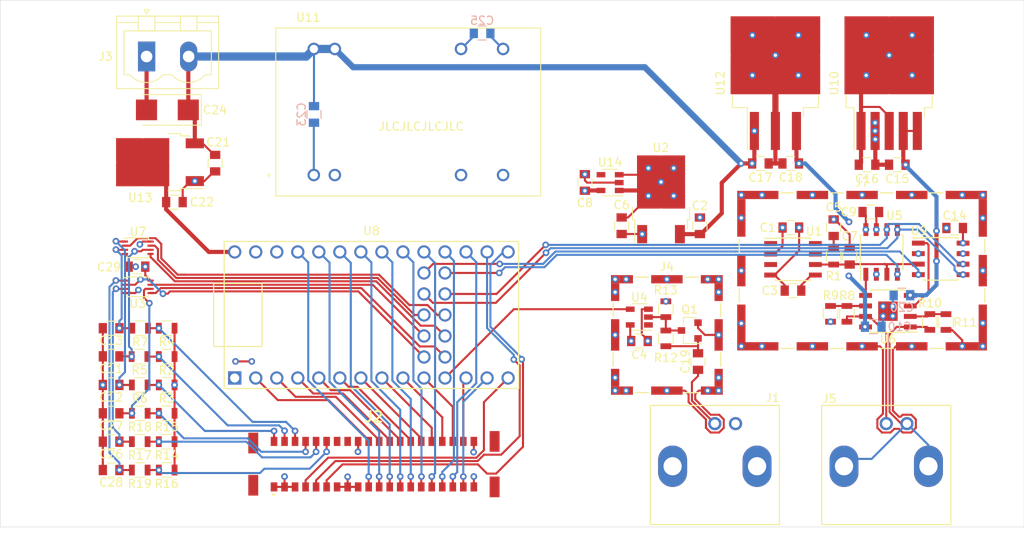
<source format=kicad_pcb>
(kicad_pcb (version 20171130) (host pcbnew "(5.1.5)-3")
  (layers (0 F.Cu signal) (1 In1.Cu power) (2 In2.Cu power) (31 B.Cu signal) (34 B.Paste user) (35 F.Paste user) (36 B.SilkS user) (37 F.SilkS user) (38 B.Mask user) (39 F.Mask user) (44 Edge.Cuts user))
  (net 0 "")
  (net 1 GND)
  (net 2 "Net-(C3-Pad1)")
  (net 3 3.3V)
  (net 4 "Net-(C5-Pad1)")
  (net 5 VREF_DAC)
  (net 6 SIG_IN)
  (net 7 LCD_DC)
  (net 8 SIG_IN_3.3)
  (net 9 ~LCD_CS)
  (net 10 SIG_OUT)
  (net 11 ENC_SW)
  (net 12 ENC_B)
  (net 13 ENC_A)
  (net 14 "Net-(U1-Pad8)")
  (net 15 "Net-(U1-Pad7)")
  (net 16 "Net-(U1-Pad3)")
  (net 17 "Net-(U1-Pad1)")
  (net 18 ENC_SW_RAW)
  (net 19 ENC_B_RAW)
  (net 20 ENC_A_RAW)
  (net 21 DAC_SCLK)
  (net 22 DAC_MOSI)
  (net 23 OFFSET_OUT)
  (net 24 VOUT_DAC_SIGNAL)
  (net 25 ~SIGNAL_DAC_CS)
  (net 26 ~OFFSET_DAC_CS)
  (net 27 VOUT_DAC_OFFSET)
  (net 28 ~LCD_WR)
  (net 29 LCD_D0)
  (net 30 LCD_D1)
  (net 31 LCD_D2)
  (net 32 LCD_D3)
  (net 33 LCD_D4)
  (net 34 LCD_D5)
  (net 35 LCD_D6)
  (net 36 LCD_D7)
  (net 37 LCD_D8)
  (net 38 LCD_D9)
  (net 39 LCD_D10)
  (net 40 LCD_D11)
  (net 41 LCD_D12)
  (net 42 LCD_D13)
  (net 43 LCD_D14)
  (net 44 LCD_D15)
  (net 45 ~LCD_RESET)
  (net 46 +12V)
  (net 47 +5V)
  (net 48 -2.5V)
  (net 49 -5V)
  (net 50 +10V)
  (net 51 "Net-(U11-Pad9)")
  (net 52 "Net-(U11-Pad11)")
  (net 53 "Net-(R8-Pad2)")
  (net 54 "Net-(R10-Pad2)")
  (net 55 "Net-(C19-Pad1)")
  (net 56 "Net-(C19-Pad2)")
  (net 57 +5V_D)
  (net 58 3.3V_D)
  (net 59 "Net-(U14-Pad4)")
  (net 60 "Net-(J2-Pad16)")
  (net 61 "Net-(C11-Pad1)")
  (net 62 "Net-(C12-Pad1)")
  (net 63 "Net-(C13-Pad1)")
  (net 64 BTN_1_RAW)
  (net 65 BTN_2_RAW)
  (net 66 BTN_3_RAW)
  (net 67 "Net-(C26-Pad1)")
  (net 68 "Net-(C27-Pad1)")
  (net 69 "Net-(C28-Pad1)")
  (net 70 BTN_3)
  (net 71 BTN_1)
  (net 72 BTN_2)
  (net 73 "Net-(J2-Pad14)")
  (net 74 LED_1)
  (net 75 LED_2)
  (net 76 LED_3)
  (module Connectors:1pin (layer F.Cu) (at 95.5802 39.6748)
    (fp_text reference REF** hide)
    (fp_text value 1pin)
    (pad "" np_thru_hole circle (at 0 0) (size 4.2 4.2) (drill 4.2) (layers *.Cu *.Mask))
  )
  (module Connectors:1pin (layer F.Cu) (at 144.7546 29.6926)
    (fp_text reference REF** hide)
    (fp_text value 1pin)
    (pad "" np_thru_hole circle (at 0 0) (size 4.2 4.2) (drill 4.2) (layers *.Cu *.Mask))
  )
  (module Connectors:1pin (layer F.Cu) (at 29.6926 29.6926)
    (fp_text reference REF** hide)
    (fp_text value 1pin)
    (pad "" np_thru_hole circle (at 0 0) (size 4.2 4.2) (drill 4.2) (layers *.Cu *.Mask))
  )
  (module Connectors:1pin (layer F.Cu) (at 144.7546 80.518)
    (fp_text reference REF** hide)
    (fp_text value 1pin)
    (pad "" np_thru_hole circle (at 0 0) (size 4.2 4.2) (drill 4.2) (layers *.Cu *.Mask))
  )
  (module Connectors:1pin (layer F.Cu) (at 95.5548 80.518)
    (fp_text reference REF** hide)
    (fp_text value 1pin)
    (pad "" np_thru_hole circle (at 0 0) (size 4.2 4.2) (drill 4.2) (layers *.Cu *.Mask))
  )
  (module Connectors:1pin (layer F.Cu) (at 29.6926 80.518)
    (fp_text reference REF** hide)
    (fp_text value 1pin)
    (pad "" np_thru_hole circle (at 0 0) (size 4.2 4.2) (drill 4.2) (layers *.Cu *.Mask))
  )
  (module Housings_SSOP:VSSOP-8_2.4x2.1mm_Pitch0.5mm (layer F.Cu) (at 42.0116 55.3212)
    (fp_text reference U7 (at 0.0254 -1.9304) (layer F.SilkS))
    (fp_text value 74LVC3G14)
    (pad 1 smd rect (at -1.55 -0.75) (size 0.75 0.25) (layers F.Cu F.Paste F.Mask) (net 62 "Net-(C12-Pad1)"))
    (pad 2 smd rect (at -1.55 -0.25) (size 0.75 0.25) (layers F.Cu F.Paste F.Mask) (net 12 ENC_B))
    (pad 3 smd rect (at -1.55 0.25) (size 0.75 0.25) (layers F.Cu F.Paste F.Mask) (net 63 "Net-(C13-Pad1)"))
    (pad 4 smd rect (at -1.55 0.75) (size 0.75 0.25) (layers F.Cu F.Paste F.Mask) (net 1 GND))
    (pad 5 smd rect (at 1.55 0.75) (size 0.75 0.25) (layers F.Cu F.Paste F.Mask) (net 13 ENC_A))
    (pad 6 smd rect (at 1.55 0.25) (size 0.75 0.25) (layers F.Cu F.Paste F.Mask) (net 61 "Net-(C11-Pad1)"))
    (pad 7 smd rect (at 1.55 -0.25) (size 0.75 0.25) (layers F.Cu F.Paste F.Mask) (net 11 ENC_SW))
    (pad 8 smd rect (at 1.55 -0.75) (size 0.75 0.25) (layers F.Cu F.Paste F.Mask) (net 58 3.3V_D))
  )
  (module Capacitors_SMD:C_0805 (layer F.Cu) (at 41.9194 57.6072 180)
    (fp_text reference C29 (at 3.3876 -0.0508) (layer F.SilkS))
    (fp_text value 100n)
    (pad 1 smd rect (at -1 0 180) (size 1 1.25) (layers F.Cu F.Paste F.Mask) (net 58 3.3V_D))
    (pad 2 smd rect (at 1 0 180) (size 1 1.25) (layers F.Cu F.Paste F.Mask) (net 1 GND))
  )
  (module Capacitors_SMD:C_0805 (layer F.Cu) (at 96.012 47.4312 90)
    (fp_text reference C8 (at -2.4798 0 180) (layer F.SilkS))
    (fp_text value 100n)
    (pad 1 smd rect (at -1 0 90) (size 1 1.25) (layers F.Cu F.Paste F.Mask) (net 3 3.3V))
    (pad 2 smd rect (at 1 0 90) (size 1 1.25) (layers F.Cu F.Paste F.Mask) (net 1 GND))
  )
  (module Housings_SSOP:VSSOP-8_2.4x2.1mm_Pitch0.5mm (layer F.Cu) (at 42.0116 60.0456)
    (fp_text reference U3 (at 0 2.032) (layer F.SilkS))
    (fp_text value 74LVC3G14)
    (pad 1 smd rect (at -1.55 -0.75) (size 0.75 0.25) (layers F.Cu F.Paste F.Mask) (net 69 "Net-(C28-Pad1)"))
    (pad 2 smd rect (at -1.55 -0.25) (size 0.75 0.25) (layers F.Cu F.Paste F.Mask) (net 70 BTN_3))
    (pad 3 smd rect (at -1.55 0.25) (size 0.75 0.25) (layers F.Cu F.Paste F.Mask) (net 67 "Net-(C26-Pad1)"))
    (pad 4 smd rect (at -1.55 0.75) (size 0.75 0.25) (layers F.Cu F.Paste F.Mask) (net 1 GND))
    (pad 5 smd rect (at 1.55 0.75) (size 0.75 0.25) (layers F.Cu F.Paste F.Mask) (net 72 BTN_2))
    (pad 6 smd rect (at 1.55 0.25) (size 0.75 0.25) (layers F.Cu F.Paste F.Mask) (net 68 "Net-(C27-Pad1)"))
    (pad 7 smd rect (at 1.55 -0.25) (size 0.75 0.25) (layers F.Cu F.Paste F.Mask) (net 71 BTN_1))
    (pad 8 smd rect (at 1.55 -0.75) (size 0.75 0.25) (layers F.Cu F.Paste F.Mask) (net 58 3.3V_D))
  )
  (module Resistors_SMD:R_0805 (layer F.Cu) (at 42.2504 82.1944 180)
    (fp_text reference R19 (at 0 -1.65) (layer F.SilkS))
    (fp_text value 10k)
    (pad 1 smd rect (at -0.95 0 180) (size 0.7 1.3) (layers F.Cu F.Paste F.Mask) (net 64 BTN_1_RAW))
    (pad 2 smd rect (at 0.95 0 180) (size 0.7 1.3) (layers F.Cu F.Paste F.Mask) (net 69 "Net-(C28-Pad1)"))
  )
  (module Resistors_SMD:R_0805 (layer F.Cu) (at 42.2554 75.3364 180)
    (fp_text reference R18 (at 0 -1.65) (layer F.SilkS))
    (fp_text value 10k)
    (pad 2 smd rect (at 0.95 0 180) (size 0.7 1.3) (layers F.Cu F.Paste F.Mask) (net 68 "Net-(C27-Pad1)"))
    (pad 1 smd rect (at -0.95 0 180) (size 0.7 1.3) (layers F.Cu F.Paste F.Mask) (net 66 BTN_3_RAW))
  )
  (module Resistors_SMD:R_0805 (layer F.Cu) (at 42.2504 78.7654 180)
    (fp_text reference R17 (at 0 -1.65) (layer F.SilkS))
    (fp_text value 10k)
    (pad 2 smd rect (at 0.95 0 180) (size 0.7 1.3) (layers F.Cu F.Paste F.Mask) (net 67 "Net-(C26-Pad1)"))
    (pad 1 smd rect (at -0.95 0 180) (size 0.7 1.3) (layers F.Cu F.Paste F.Mask) (net 65 BTN_2_RAW))
  )
  (module Resistors_SMD:R_0805 (layer F.Cu) (at 45.5066 82.1944 180)
    (fp_text reference R16 (at 0 -1.65) (layer F.SilkS))
    (fp_text value 10k)
    (pad 1 smd rect (at -0.95 0 180) (size 0.7 1.3) (layers F.Cu F.Paste F.Mask) (net 58 3.3V_D))
    (pad 2 smd rect (at 0.95 0 180) (size 0.7 1.3) (layers F.Cu F.Paste F.Mask) (net 64 BTN_1_RAW))
  )
  (module Resistors_SMD:R_0805 (layer F.Cu) (at 45.5066 75.3364 180)
    (fp_text reference R15 (at 0 -1.65) (layer F.SilkS))
    (fp_text value 10k)
    (pad 2 smd rect (at 0.95 0 180) (size 0.7 1.3) (layers F.Cu F.Paste F.Mask) (net 66 BTN_3_RAW))
    (pad 1 smd rect (at -0.95 0 180) (size 0.7 1.3) (layers F.Cu F.Paste F.Mask) (net 58 3.3V_D))
  )
  (module Resistors_SMD:R_0805 (layer F.Cu) (at 45.5066 78.7654 180)
    (fp_text reference R14 (at 0 -1.65) (layer F.SilkS))
    (fp_text value 10k)
    (pad 2 smd rect (at 0.95 0 180) (size 0.7 1.3) (layers F.Cu F.Paste F.Mask) (net 65 BTN_2_RAW))
    (pad 1 smd rect (at -0.95 0 180) (size 0.7 1.3) (layers F.Cu F.Paste F.Mask) (net 58 3.3V_D))
  )
  (module Capacitors_SMD:C_0805 (layer F.Cu) (at 38.7952 82.1938 180)
    (fp_text reference C28 (at 0 -1.5) (layer F.SilkS))
    (fp_text value 1u)
    (pad 1 smd rect (at -1 0 180) (size 1 1.25) (layers F.Cu F.Paste F.Mask) (net 69 "Net-(C28-Pad1)"))
    (pad 2 smd rect (at 1 0 180) (size 1 1.25) (layers F.Cu F.Paste F.Mask) (net 1 GND))
  )
  (module Capacitors_SMD:C_0805 (layer F.Cu) (at 38.7952 75.3364 180)
    (fp_text reference C27 (at 0 -1.5) (layer F.SilkS))
    (fp_text value 1u)
    (pad 2 smd rect (at 1 0 180) (size 1 1.25) (layers F.Cu F.Paste F.Mask) (net 1 GND))
    (pad 1 smd rect (at -1 0 180) (size 1 1.25) (layers F.Cu F.Paste F.Mask) (net 68 "Net-(C27-Pad1)"))
  )
  (module Capacitors_SMD:C_0805 (layer F.Cu) (at 38.7952 78.7654 180)
    (fp_text reference C26 (at 0 -1.5) (layer F.SilkS))
    (fp_text value 1u)
    (pad 2 smd rect (at 1 0 180) (size 1 1.25) (layers F.Cu F.Paste F.Mask) (net 1 GND))
    (pad 1 smd rect (at -1 0 180) (size 1 1.25) (layers F.Cu F.Paste F.Mask) (net 67 "Net-(C26-Pad1)"))
  )
  (module Capacitors_Tantalum_SMD:CP_Tantalum_Case-C_EIA-6032-28_Reflow (layer F.Cu) (at 45.593 38.6588 180)
    (fp_text reference C24 (at -5.7404 0) (layer F.SilkS))
    (fp_text value 100u)
    (pad 1 smd rect (at -2.525 0 180) (size 2.55 2.5) (layers F.Cu F.Paste F.Mask) (net 46 +12V))
    (pad 2 smd rect (at 2.525 0 180) (size 2.55 2.5) (layers F.Cu F.Paste F.Mask) (net 1 GND))
  )
  (module Resistors_SMD:R_0805 (layer F.Cu) (at 42.3012 65.0494 180)
    (fp_text reference R7 (at 0 -1.65) (layer F.SilkS))
    (fp_text value 10k)
    (pad 1 smd rect (at -0.95 0 180) (size 0.7 1.3) (layers F.Cu F.Paste F.Mask) (net 20 ENC_A_RAW))
    (pad 2 smd rect (at 0.95 0 180) (size 0.7 1.3) (layers F.Cu F.Paste F.Mask) (net 63 "Net-(C13-Pad1)"))
  )
  (module Resistors_SMD:R_0805 (layer F.Cu) (at 42.2504 71.9074 180)
    (fp_text reference R6 (at 0 -1.65) (layer F.SilkS))
    (fp_text value 10k)
    (pad 1 smd rect (at -0.95 0 180) (size 0.7 1.3) (layers F.Cu F.Paste F.Mask) (net 18 ENC_SW_RAW))
    (pad 2 smd rect (at 0.95 0 180) (size 0.7 1.3) (layers F.Cu F.Paste F.Mask) (net 62 "Net-(C12-Pad1)"))
  )
  (module Resistors_SMD:R_0805 (layer F.Cu) (at 42.225 68.4784 180)
    (fp_text reference R5 (at 0 -1.65) (layer F.SilkS))
    (fp_text value 10k)
    (pad 1 smd rect (at -0.95 0 180) (size 0.7 1.3) (layers F.Cu F.Paste F.Mask) (net 19 ENC_B_RAW))
    (pad 2 smd rect (at 0.95 0 180) (size 0.7 1.3) (layers F.Cu F.Paste F.Mask) (net 61 "Net-(C11-Pad1)"))
  )
  (module Resistors_SMD:R_0805 (layer F.Cu) (at 45.5066 65.0494 180)
    (fp_text reference R4 (at 0 -1.65) (layer F.SilkS))
    (fp_text value 10k)
    (pad 1 smd rect (at -0.95 0 180) (size 0.7 1.3) (layers F.Cu F.Paste F.Mask) (net 58 3.3V_D))
    (pad 2 smd rect (at 0.95 0 180) (size 0.7 1.3) (layers F.Cu F.Paste F.Mask) (net 20 ENC_A_RAW))
  )
  (module Resistors_SMD:R_0805 (layer F.Cu) (at 45.5066 71.9074 180)
    (fp_text reference R3 (at 0 -1.65) (layer F.SilkS))
    (fp_text value 10k)
    (pad 1 smd rect (at -0.95 0 180) (size 0.7 1.3) (layers F.Cu F.Paste F.Mask) (net 58 3.3V_D))
    (pad 2 smd rect (at 0.95 0 180) (size 0.7 1.3) (layers F.Cu F.Paste F.Mask) (net 18 ENC_SW_RAW))
  )
  (module Resistors_SMD:R_0805 (layer F.Cu) (at 45.5066 68.4784 180)
    (fp_text reference R2 (at 0 -1.65) (layer F.SilkS))
    (fp_text value 10k)
    (pad 1 smd rect (at -0.95 0 180) (size 0.7 1.3) (layers F.Cu F.Paste F.Mask) (net 58 3.3V_D))
    (pad 2 smd rect (at 0.95 0 180) (size 0.7 1.3) (layers F.Cu F.Paste F.Mask) (net 19 ENC_B_RAW))
  )
  (module Capacitors_SMD:C_0805 (layer B.Cu) (at 83.6008 29.3624 180)
    (fp_text reference C25 (at 0 1.5) (layer B.SilkS) (effects (justify mirror)))
    (fp_text value 100n)
    (pad 1 smd rect (at -1 0 180) (size 1 1.25) (layers B.Cu B.Paste B.Mask) (net 1 GND))
    (pad 2 smd rect (at 1 0 180) (size 1 1.25) (layers B.Cu B.Paste B.Mask) (net 49 -5V))
  )
  (module Capacitors_SMD:C_0805 (layer B.Cu) (at 63.2968 39.2082 270)
    (fp_text reference C23 (at 0 1.5 90) (layer B.SilkS) (effects (justify mirror)))
    (fp_text value 100n)
    (pad 1 smd rect (at -1 0 270) (size 1 1.25) (layers B.Cu B.Paste B.Mask) (net 46 +12V))
    (pad 2 smd rect (at 1 0 270) (size 1 1.25) (layers B.Cu B.Paste B.Mask) (net 1 GND))
  )
  (module Capacitors_SMD:C_0805 (layer F.Cu) (at 38.7952 65.0494 180)
    (fp_text reference C13 (at 0 -1.5) (layer F.SilkS))
    (fp_text value 1u)
    (pad 1 smd rect (at -1 0 180) (size 1 1.25) (layers F.Cu F.Paste F.Mask) (net 63 "Net-(C13-Pad1)"))
    (pad 2 smd rect (at 1 0 180) (size 1 1.25) (layers F.Cu F.Paste F.Mask) (net 1 GND))
  )
  (module Capacitors_SMD:C_0805 (layer F.Cu) (at 38.7952 71.9074 180)
    (fp_text reference C12 (at 0 -1.5) (layer F.SilkS))
    (fp_text value 1u)
    (pad 1 smd rect (at -1 0 180) (size 1 1.25) (layers F.Cu F.Paste F.Mask) (net 62 "Net-(C12-Pad1)"))
    (pad 2 smd rect (at 1 0 180) (size 1 1.25) (layers F.Cu F.Paste F.Mask) (net 1 GND))
  )
  (module Capacitors_SMD:C_0805 (layer F.Cu) (at 38.7952 68.453 180)
    (fp_text reference C11 (at 0 -1.5) (layer F.SilkS))
    (fp_text value 1u)
    (pad 1 smd rect (at -1 0 180) (size 1 1.25) (layers F.Cu F.Paste F.Mask) (net 61 "Net-(C11-Pad1)"))
    (pad 2 smd rect (at 1 0 180) (size 1 1.25) (layers F.Cu F.Paste F.Mask) (net 1 GND))
  )
  (module Connectors_TE-Connectivity:BNC_Socket_TYCO-AMP (layer F.Cu) (at 111.7092 81.5848 180)
    (fp_text reference J1 (at -6.985 8.128 180) (layer F.SilkS))
    (fp_text value BNC)
    (pad 2 thru_hole oval (at -5.09778 -0.1524 180) (size 3.50012 5.00126) (drill 2.19964) (layers *.Cu *.Mask) (net 1 GND))
    (pad 2 thru_hole oval (at 5.10032 -0.1524 180) (size 3.50012 5.00126) (drill 2.19964) (layers *.Cu *.Mask) (net 1 GND))
    (pad 1 thru_hole circle (at 0 5.00126 180) (size 1.6002 1.6002) (drill 1.00076) (layers *.Cu *.Mask) (net 56 "Net-(C19-Pad2)"))
    (pad 2 thru_hole circle (at -2.49936 5.00126 180) (size 1.6002 1.6002) (drill 1.00076) (layers *.Cu *.Mask) (net 1 GND))
  )
  (module Connectors_TE-Connectivity:BNC_Socket_TYCO-AMP (layer F.Cu) (at 132.4102 81.5848 180)
    (fp_text reference J5 (at 6.858 8.001 180) (layer F.SilkS))
    (fp_text value BNC)
    (pad 2 thru_hole circle (at -2.49936 5.00126 180) (size 1.6002 1.6002) (drill 1.00076) (layers *.Cu *.Mask) (net 23 OFFSET_OUT))
    (pad 1 thru_hole circle (at 0 5.00126 180) (size 1.6002 1.6002) (drill 1.00076) (layers *.Cu *.Mask) (net 10 SIG_OUT))
    (pad 2 thru_hole oval (at 5.10032 -0.1524 180) (size 3.50012 5.00126) (drill 2.19964) (layers *.Cu *.Mask) (net 23 OFFSET_OUT))
    (pad 2 thru_hole oval (at -5.09778 -0.1524 180) (size 3.50012 5.00126) (drill 2.19964) (layers *.Cu *.Mask) (net 23 OFFSET_OUT))
  )
  (module Custom:HARTING_15210402601000 (layer F.Cu) (at 70.5358 81.4832 180)
    (fp_text reference J2 (at 0 5.715) (layer F.SilkS) (effects (font (size 1.27 1.27) (thickness 0.254))))
    (fp_text value LCD hide)
    (pad MP4 smd rect (at 14.575 2.55 180) (size 1.2 2.5) (layers F.Cu F.Paste F.Mask))
    (pad MP3 smd rect (at 14.575 -2.55 180) (size 1.2 2.5) (layers F.Cu F.Paste F.Mask))
    (pad MP2 smd rect (at -14.575 2.75 180) (size 1.2 2.5) (layers F.Cu F.Paste F.Mask))
    (pad MP1 smd rect (at -14.575 -2.75 180) (size 1.2 2.5) (layers F.Cu F.Paste F.Mask))
    (pad MH2 np_thru_hole circle (at 14.275 0 180) (size 1.6 0) (drill 1.6) (layers *.Cu *.Mask))
    (pad MH1 np_thru_hole circle (at -14.275 0 180) (size 1.6 0) (drill 1.6) (layers *.Cu *.Mask))
    (pad 40 smd rect (at -12.065 2.75 180) (size 0.8 1.1) (layers F.Cu F.Paste F.Mask) (net 1 GND))
    (pad 38 smd rect (at -10.795 2.75 180) (size 0.8 1.1) (layers F.Cu F.Paste F.Mask) (net 9 ~LCD_CS))
    (pad 36 smd rect (at -9.525 2.75 180) (size 0.8 1.1) (layers F.Cu F.Paste F.Mask) (net 28 ~LCD_WR))
    (pad 34 smd rect (at -8.255 2.75 180) (size 0.8 1.1) (layers F.Cu F.Paste F.Mask) (net 30 LCD_D1))
    (pad 32 smd rect (at -6.985 2.75 180) (size 0.8 1.1) (layers F.Cu F.Paste F.Mask) (net 32 LCD_D3))
    (pad 30 smd rect (at -5.715 2.75 180) (size 0.8 1.1) (layers F.Cu F.Paste F.Mask) (net 34 LCD_D5))
    (pad 28 smd rect (at -4.445 2.75 180) (size 0.8 1.1) (layers F.Cu F.Paste F.Mask) (net 36 LCD_D7))
    (pad 26 smd rect (at -3.175 2.75 180) (size 0.8 1.1) (layers F.Cu F.Paste F.Mask) (net 38 LCD_D9))
    (pad 24 smd rect (at -1.905 2.75 180) (size 0.8 1.1) (layers F.Cu F.Paste F.Mask) (net 40 LCD_D11))
    (pad 22 smd rect (at -0.635 2.75 180) (size 0.8 1.1) (layers F.Cu F.Paste F.Mask) (net 42 LCD_D13))
    (pad 20 smd rect (at 0.635 2.75 180) (size 0.8 1.1) (layers F.Cu F.Paste F.Mask) (net 44 LCD_D15))
    (pad 18 smd rect (at 1.905 2.75 180) (size 0.8 1.1) (layers F.Cu F.Paste F.Mask) (net 57 +5V_D))
    (pad 16 smd rect (at 3.175 2.75 180) (size 0.8 1.1) (layers F.Cu F.Paste F.Mask) (net 60 "Net-(J2-Pad16)"))
    (pad 14 smd rect (at 4.445 2.75 180) (size 0.8 1.1) (layers F.Cu F.Paste F.Mask) (net 73 "Net-(J2-Pad14)"))
    (pad 12 smd rect (at 5.715 2.75 180) (size 0.8 1.1) (layers F.Cu F.Paste F.Mask) (net 64 BTN_1_RAW))
    (pad 10 smd rect (at 6.985 2.75 180) (size 0.8 1.1) (layers F.Cu F.Paste F.Mask) (net 65 BTN_2_RAW))
    (pad 8 smd rect (at 8.255 2.75 180) (size 0.8 1.1) (layers F.Cu F.Paste F.Mask) (net 66 BTN_3_RAW))
    (pad 6 smd rect (at 9.525 2.75 180) (size 0.8 1.1) (layers F.Cu F.Paste F.Mask) (net 20 ENC_A_RAW))
    (pad 4 smd rect (at 10.795 2.75 180) (size 0.8 1.1) (layers F.Cu F.Paste F.Mask) (net 19 ENC_B_RAW))
    (pad 2 smd rect (at 12.065 2.75 180) (size 0.8 1.1) (layers F.Cu F.Paste F.Mask) (net 18 ENC_SW_RAW))
    (pad 39 smd rect (at -12.065 -2.75 180) (size 0.8 1.1) (layers F.Cu F.Paste F.Mask) (net 58 3.3V_D))
    (pad 37 smd rect (at -10.795 -2.75 180) (size 0.8 1.1) (layers F.Cu F.Paste F.Mask) (net 7 LCD_DC))
    (pad 35 smd rect (at -9.525 -2.75 180) (size 0.8 1.1) (layers F.Cu F.Paste F.Mask) (net 29 LCD_D0))
    (pad 33 smd rect (at -8.255 -2.75 180) (size 0.8 1.1) (layers F.Cu F.Paste F.Mask) (net 31 LCD_D2))
    (pad 31 smd rect (at -6.985 -2.75 180) (size 0.8 1.1) (layers F.Cu F.Paste F.Mask) (net 33 LCD_D4))
    (pad 29 smd rect (at -5.715 -2.75 180) (size 0.8 1.1) (layers F.Cu F.Paste F.Mask) (net 35 LCD_D6))
    (pad 27 smd rect (at -4.445 -2.75 180) (size 0.8 1.1) (layers F.Cu F.Paste F.Mask) (net 37 LCD_D8))
    (pad 25 smd rect (at -3.175 -2.75 180) (size 0.8 1.1) (layers F.Cu F.Paste F.Mask) (net 39 LCD_D10))
    (pad 23 smd rect (at -1.905 -2.75 180) (size 0.8 1.1) (layers F.Cu F.Paste F.Mask) (net 41 LCD_D12))
    (pad 21 smd rect (at -0.635 -2.75 180) (size 0.8 1.1) (layers F.Cu F.Paste F.Mask) (net 43 LCD_D14))
    (pad 19 smd rect (at 0.635 -2.75 180) (size 0.8 1.1) (layers F.Cu F.Paste F.Mask) (net 45 ~LCD_RESET))
    (pad 17 smd rect (at 1.905 -2.75 180) (size 0.8 1.1) (layers F.Cu F.Paste F.Mask) (net 1 GND))
    (pad 15 smd rect (at 3.175 -2.75 180) (size 0.8 1.1) (layers F.Cu F.Paste F.Mask) (net 1 GND))
    (pad 13 smd rect (at 4.445 -2.75 180) (size 0.8 1.1) (layers F.Cu F.Paste F.Mask) (net 1 GND))
    (pad 11 smd rect (at 5.715 -2.75 180) (size 0.8 1.1) (layers F.Cu F.Paste F.Mask) (net 74 LED_1))
    (pad 9 smd rect (at 6.985 -2.75 180) (size 0.8 1.1) (layers F.Cu F.Paste F.Mask) (net 75 LED_2))
    (pad 7 smd rect (at 8.255 -2.75 180) (size 0.8 1.1) (layers F.Cu F.Paste F.Mask) (net 76 LED_3))
    (pad 5 smd rect (at 9.525 -2.75 180) (size 0.8 1.1) (layers F.Cu F.Paste F.Mask) (net 1 GND))
    (pad 3 smd rect (at 10.795 -2.75 180) (size 0.8 1.1) (layers F.Cu F.Paste F.Mask) (net 1 GND))
    (pad 1 smd rect (at 12.065 -2.75 180) (size 0.8 1.1) (layers F.Cu F.Paste F.Mask) (net 1 GND))
  )
  (module Custom:Teensy40_WithSMT_NoBack_No34 (layer F.Cu) (at 70.231 63.4492)
    (fp_text reference U8 (at 0 -10.16 180) (layer F.SilkS))
    (fp_text value Teensy4.0)
    (pad 20 thru_hole circle (at 16.51 -7.62) (size 1.6 1.6) (drill 1.1) (layers *.Cu *.Mask) (net 74 LED_1))
    (pad 14 thru_hole circle (at 16.51 7.62) (size 1.6 1.6) (drill 1.1) (layers *.Cu *.Mask) (net 76 LED_3))
    (pad 21 thru_hole circle (at 13.97 -7.62) (size 1.6 1.6) (drill 1.1) (layers *.Cu *.Mask) (net 75 LED_2))
    (pad 22 thru_hole circle (at 11.43 -7.62) (size 1.6 1.6) (drill 1.1) (layers *.Cu *.Mask) (net 29 LCD_D0))
    (pad 23 thru_hole circle (at 8.89 -7.62) (size 1.6 1.6) (drill 1.1) (layers *.Cu *.Mask) (net 31 LCD_D2))
    (pad 24 thru_hole circle (at 6.35 -7.62) (size 1.6 1.6) (drill 1.1) (layers *.Cu *.Mask) (net 33 LCD_D4))
    (pad 25 thru_hole circle (at 3.81 -7.62) (size 1.6 1.6) (drill 1.1) (layers *.Cu *.Mask) (net 35 LCD_D6))
    (pad 26 thru_hole circle (at 1.27 -7.62) (size 1.6 1.6) (drill 1.1) (layers *.Cu *.Mask) (net 37 LCD_D8))
    (pad 27 thru_hole circle (at -1.27 -7.62) (size 1.6 1.6) (drill 1.1) (layers *.Cu *.Mask) (net 39 LCD_D10))
    (pad 28 thru_hole circle (at -3.81 -7.62) (size 1.6 1.6) (drill 1.1) (layers *.Cu *.Mask) (net 41 LCD_D12))
    (pad 29 thru_hole circle (at -6.35 -7.62) (size 1.6 1.6) (drill 1.1) (layers *.Cu *.Mask) (net 43 LCD_D14))
    (pad 30 thru_hole circle (at -8.89 -7.62) (size 1.6 1.6) (drill 1.1) (layers *.Cu *.Mask) (net 45 ~LCD_RESET))
    (pad 31 thru_hole circle (at -11.43 -7.62) (size 1.6 1.6) (drill 1.1) (layers *.Cu *.Mask) (net 58 3.3V_D))
    (pad 32 thru_hole circle (at -13.97 -7.62) (size 1.6 1.6) (drill 1.1) (layers *.Cu *.Mask) (net 1 GND))
    (pad 33 thru_hole circle (at -16.51 -7.62) (size 1.6 1.6) (drill 1.1) (layers *.Cu *.Mask) (net 57 +5V_D))
    (pad 13 thru_hole circle (at 13.97 7.62) (size 1.6 1.6) (drill 1.1) (layers *.Cu *.Mask) (net 7 LCD_DC))
    (pad 12 thru_hole circle (at 11.43 7.62) (size 1.6 1.6) (drill 1.1) (layers *.Cu *.Mask) (net 9 ~LCD_CS))
    (pad 11 thru_hole circle (at 8.89 7.62) (size 1.6 1.6) (drill 1.1) (layers *.Cu *.Mask) (net 8 SIG_IN_3.3))
    (pad 10 thru_hole circle (at 6.35 7.62) (size 1.6 1.6) (drill 1.1) (layers *.Cu *.Mask) (net 28 ~LCD_WR))
    (pad 9 thru_hole circle (at 3.81 7.62) (size 1.6 1.6) (drill 1.1) (layers *.Cu *.Mask) (net 30 LCD_D1))
    (pad 8 thru_hole circle (at 1.27 7.62) (size 1.6 1.6) (drill 1.1) (layers *.Cu *.Mask) (net 32 LCD_D3))
    (pad 7 thru_hole circle (at -1.27 7.62) (size 1.6 1.6) (drill 1.1) (layers *.Cu *.Mask) (net 34 LCD_D5))
    (pad 6 thru_hole circle (at -3.81 7.62) (size 1.6 1.6) (drill 1.1) (layers *.Cu *.Mask) (net 36 LCD_D7))
    (pad 5 thru_hole circle (at -6.35 7.62) (size 1.6 1.6) (drill 1.1) (layers *.Cu *.Mask) (net 38 LCD_D9))
    (pad 4 thru_hole circle (at -8.89 7.62) (size 1.6 1.6) (drill 1.1) (layers *.Cu *.Mask) (net 40 LCD_D11))
    (pad 3 thru_hole circle (at -11.43 7.62) (size 1.6 1.6) (drill 1.1) (layers *.Cu *.Mask) (net 42 LCD_D13))
    (pad 2 thru_hole circle (at -13.97 7.62) (size 1.6 1.6) (drill 1.1) (layers *.Cu *.Mask) (net 44 LCD_D15))
    (pad 1 thru_hole rect (at -16.51 7.62) (size 1.6 1.6) (drill 1.1) (layers *.Cu *.Mask) (net 1 GND))
    (pad 35 thru_hole circle (at 8.89 -5.08) (size 1.6 1.6) (drill 1.1) (layers *.Cu *.Mask) (net 25 ~SIGNAL_DAC_CS))
    (pad 37 thru_hole circle (at 8.89 -2.54) (size 1.6 1.6) (drill 1.1) (layers *.Cu *.Mask) (net 22 DAC_MOSI))
    (pad 39 thru_hole circle (at 8.89 0) (size 1.6 1.6) (drill 1.1) (layers *.Cu *.Mask) (net 12 ENC_B))
    (pad 41 thru_hole circle (at 8.89 2.54) (size 1.6 1.6) (drill 1.1) (layers *.Cu *.Mask) (net 13 ENC_A))
    (pad 43 thru_hole circle (at 8.89 5.08) (size 1.6 1.6) (drill 1.1) (layers *.Cu *.Mask) (net 72 BTN_2))
    (pad 36 thru_hole circle (at 6.35 -5.08) (size 1.6 1.6) (drill 1.1) (layers *.Cu *.Mask) (net 26 ~OFFSET_DAC_CS))
    (pad 38 thru_hole circle (at 6.35 -2.54) (size 1.6 1.6) (drill 1.1) (layers *.Cu *.Mask) (net 21 DAC_SCLK))
    (pad 40 thru_hole circle (at 6.35 0) (size 1.6 1.6) (drill 1.1) (layers *.Cu *.Mask) (net 11 ENC_SW))
    (pad 42 thru_hole circle (at 6.35 2.54) (size 1.6 1.6) (drill 1.1) (layers *.Cu *.Mask) (net 71 BTN_1))
    (pad 44 thru_hole circle (at 6.35 5.08) (size 1.6 1.6) (drill 1.1) (layers *.Cu *.Mask) (net 70 BTN_3))
  )
  (module TO_SOT_Packages_SMD:SOT-23-5 (layer F.Cu) (at 99.06 47.4472 180)
    (fp_text reference U14 (at 0 2.4638) (layer F.SilkS))
    (fp_text value AP2127K-3.3)
    (pad 1 smd rect (at -1.1 -0.95 180) (size 1.06 0.65) (layers F.Cu F.Paste F.Mask) (net 47 +5V))
    (pad 2 smd rect (at -1.1 0 180) (size 1.06 0.65) (layers F.Cu F.Paste F.Mask) (net 1 GND))
    (pad 3 smd rect (at -1.1 0.95 180) (size 1.06 0.65) (layers F.Cu F.Paste F.Mask) (net 47 +5V))
    (pad 4 smd rect (at 1.1 0.95 180) (size 1.06 0.65) (layers F.Cu F.Paste F.Mask) (net 59 "Net-(U14-Pad4)"))
    (pad 5 smd rect (at 1.1 -0.95 180) (size 1.06 0.65) (layers F.Cu F.Paste F.Mask) (net 3 3.3V))
  )
  (module TO_SOT_Packages_SMD:TO-252-2 (layer F.Cu) (at 44.704 44.9834 180)
    (fp_text reference U13 (at 2.3876 -4.2926) (layer F.SilkS))
    (fp_text value NCP1117-5.0)
    (pad 1 smd rect (at -4.2 -2.28 180) (size 2.2 1.2) (layers F.Cu F.Paste F.Mask) (net 1 GND))
    (pad 3 smd rect (at -4.2 2.28 180) (size 2.2 1.2) (layers F.Cu F.Paste F.Mask) (net 46 +12V))
    (pad 2 smd rect (at 2.1 0 180) (size 6.4 5.8) (layers F.Cu F.Mask) (net 57 +5V_D))
    (pad 2 smd rect (at 3.775 1.525 180) (size 3.05 2.75) (layers F.Cu F.Paste) (net 57 +5V_D))
    (pad 2 smd rect (at 0.425 -1.525 180) (size 3.05 2.75) (layers F.Cu F.Paste) (net 57 +5V_D))
    (pad 2 smd rect (at 3.775 -1.525 180) (size 3.05 2.75) (layers F.Cu F.Paste) (net 57 +5V_D))
    (pad 2 smd rect (at 0.425 1.525 180) (size 3.05 2.75) (layers F.Cu F.Paste) (net 57 +5V_D))
  )
  (module Capacitors_SMD:C_0805 (layer F.Cu) (at 46.4406 49.8094)
    (fp_text reference C22 (at 3.318 0) (layer F.SilkS))
    (fp_text value 100n)
    (pad 1 smd rect (at -1 0) (size 1 1.25) (layers F.Cu F.Paste F.Mask) (net 57 +5V_D))
    (pad 2 smd rect (at 1 0) (size 1 1.25) (layers F.Cu F.Paste F.Mask) (net 1 GND))
  )
  (module Capacitors_SMD:C_0805 (layer F.Cu) (at 51.3588 45.0944 270)
    (fp_text reference C21 (at -2.524 -0.381 180) (layer F.SilkS))
    (fp_text value 100n)
    (pad 1 smd rect (at -1 0 270) (size 1 1.25) (layers F.Cu F.Paste F.Mask) (net 46 +12V))
    (pad 2 smd rect (at 1 0 270) (size 1 1.25) (layers F.Cu F.Paste F.Mask) (net 1 GND))
  )
  (module Connectors_Phoenix:PhoenixContact_MSTBVA-G_02x5.08mm_Vertical (layer F.Cu) (at 43.0784 32.2072)
    (fp_text reference J3 (at -4.953 0) (layer F.SilkS))
    (fp_text value Screw_Terminal_01x02)
    (pad 1 thru_hole rect (at 0 0) (size 2.08 3.6) (drill 1.4) (layers *.Cu *.Mask) (net 1 GND))
    (pad 2 thru_hole oval (at 5.08 0) (size 2.08 3.6) (drill 1.4) (layers *.Cu *.Mask) (net 46 +12V))
  )
  (module Capacitors_SMD:C_0805 (layer B.Cu) (at 134.3058 61.0616)
    (fp_text reference C20 (at 0 1.5) (layer B.SilkS) (effects (justify mirror)))
    (fp_text value 100n)
    (pad 1 smd rect (at -1 0) (size 1 1.25) (layers B.Cu B.Paste B.Mask) (net 1 GND))
    (pad 2 smd rect (at 1 0) (size 1 1.25) (layers B.Cu B.Paste B.Mask) (net 48 -2.5V))
  )
  (module Shielding_Cabinets:Laird_Technologies_BMI-S-201-F_13.66x12.70mm (layer F.Cu) (at 105.918 65.8622)
    (fp_text reference J4 (at 0 -8.23) (layer F.SilkS))
    (fp_text value RF_Shield_One_Piece)
    (pad 1 smd rect (at -6.25 -6.73) (size 1 1) (layers F.Cu F.Mask) (net 1 GND))
    (pad 1 smd rect (at 6.25 -6.73) (size 1 1) (layers F.Cu F.Mask) (net 1 GND))
    (pad 1 smd rect (at 6.25 6.73) (size 1 1) (layers F.Cu F.Mask) (net 1 GND))
    (pad 1 smd rect (at -6.25 6.73) (size 1 1) (layers F.Cu F.Mask) (net 1 GND))
    (pad 1 smd rect (at -4.925 -6.73) (size 1.65 1) (layers F.Cu F.Mask) (net 1 GND))
    (pad 1 smd rect (at -4.925 6.73) (size 1.65 1) (layers F.Cu F.Mask) (net 1 GND))
    (pad 1 smd rect (at 0 -6.73) (size 3.8 1) (layers F.Cu F.Mask) (net 1 GND))
    (pad 1 smd rect (at 0 6.73) (size 3.8 1) (layers F.Cu F.Mask) (net 1 GND))
    (pad 1 smd rect (at 4.925 -6.73) (size 1.65 1) (layers F.Cu F.Mask) (net 1 GND))
    (pad 1 smd rect (at 4.925 6.73) (size 1.65 1) (layers F.Cu F.Mask) (net 1 GND))
    (pad 1 smd rect (at -6.25 -5.165) (size 1 2.13) (layers F.Cu F.Mask) (net 1 GND))
    (pad 1 smd rect (at 6.25 -5.165) (size 1 2.13) (layers F.Cu F.Mask) (net 1 GND))
    (pad 1 smd rect (at -6.25 0) (size 1 3.8) (layers F.Cu F.Mask) (net 1 GND))
    (pad 1 smd rect (at 6.25 0) (size 1 3.8) (layers F.Cu F.Mask) (net 1 GND))
    (pad 1 smd rect (at -6.25 5.165) (size 1 2.13) (layers F.Cu F.Mask) (net 1 GND))
    (pad 1 smd rect (at 6.25 5.165) (size 1 2.13) (layers F.Cu F.Mask) (net 1 GND))
  )
  (module TO_SOT_Packages_SMD:SOT-23-5 (layer F.Cu) (at 102.5906 63.7032 180)
    (fp_text reference U4 (at 0 2.3876) (layer F.SilkS))
    (fp_text value 74LVC1G04)
    (pad 1 smd rect (at -1.1 -0.95 180) (size 1.06 0.65) (layers F.Cu F.Paste F.Mask))
    (pad 2 smd rect (at -1.1 0 180) (size 1.06 0.65) (layers F.Cu F.Paste F.Mask) (net 6 SIG_IN))
    (pad 3 smd rect (at -1.1 0.95 180) (size 1.06 0.65) (layers F.Cu F.Paste F.Mask) (net 1 GND))
    (pad 4 smd rect (at 1.1 0.95 180) (size 1.06 0.65) (layers F.Cu F.Paste F.Mask) (net 8 SIG_IN_3.3))
    (pad 5 smd rect (at 1.1 -0.95 180) (size 1.06 0.65) (layers F.Cu F.Paste F.Mask) (net 3 3.3V))
  )
  (module Resistors_SMD:R_0805 (layer F.Cu) (at 105.791 62.7532 270)
    (fp_text reference R13 (at -2.3012 0.0254 180) (layer F.SilkS))
    (fp_text value 3.3k)
    (pad 1 smd rect (at -0.95 0 270) (size 0.7 1.3) (layers F.Cu F.Paste F.Mask) (net 3 3.3V))
    (pad 2 smd rect (at 0.95 0 270) (size 0.7 1.3) (layers F.Cu F.Paste F.Mask) (net 6 SIG_IN))
  )
  (module Resistors_SMD:R_0805 (layer F.Cu) (at 105.791 66.2788 90)
    (fp_text reference R12 (at -2.352 0 180) (layer F.SilkS))
    (fp_text value 470k)
    (pad 1 smd rect (at -0.95 0 90) (size 0.7 1.3) (layers F.Cu F.Paste F.Mask) (net 55 "Net-(C19-Pad1)"))
    (pad 2 smd rect (at 0.95 0 90) (size 0.7 1.3) (layers F.Cu F.Paste F.Mask) (net 6 SIG_IN))
  )
  (module TO_SOT_Packages_SMD:SOT-23 (layer F.Cu) (at 108.6772 65.3288 180)
    (fp_text reference Q1 (at 0.016 2.54) (layer F.SilkS))
    (fp_text value Q_NPN_BEC)
    (pad 1 smd rect (at -1 -0.95 180) (size 0.9 0.8) (layers F.Cu F.Paste F.Mask) (net 55 "Net-(C19-Pad1)"))
    (pad 2 smd rect (at -1 0.95 180) (size 0.9 0.8) (layers F.Cu F.Paste F.Mask) (net 1 GND))
    (pad 3 smd rect (at 1 0 180) (size 0.9 0.8) (layers F.Cu F.Paste F.Mask) (net 6 SIG_IN))
  )
  (module Capacitors_SMD:C_0805 (layer F.Cu) (at 109.6772 69.0786 270)
    (fp_text reference C19 (at 0.0094 1.524 270) (layer F.SilkS))
    (fp_text value 100n)
    (pad 1 smd rect (at -1 0 270) (size 1 1.25) (layers F.Cu F.Paste F.Mask) (net 55 "Net-(C19-Pad1)"))
    (pad 2 smd rect (at 1 0 270) (size 1 1.25) (layers F.Cu F.Paste F.Mask) (net 56 "Net-(C19-Pad2)"))
  )
  (module Capacitors_SMD:C_0805 (layer F.Cu) (at 102.6066 66.5988)
    (fp_text reference C4 (at -0.016 1.651) (layer F.SilkS))
    (fp_text value 100n)
    (pad 1 smd rect (at -1 0) (size 1 1.25) (layers F.Cu F.Paste F.Mask) (net 3 3.3V))
    (pad 2 smd rect (at 1 0) (size 1 1.25) (layers F.Cu F.Paste F.Mask) (net 1 GND))
  )
  (module Resistors_SMD:R_0805 (layer F.Cu) (at 139.6238 64.3026 270)
    (fp_text reference R11 (at 0.0356 -2.3368 180) (layer F.SilkS))
    (fp_text value R)
    (pad 1 smd rect (at -0.95 0 270) (size 0.7 1.3) (layers F.Cu F.Paste F.Mask) (net 54 "Net-(R10-Pad2)"))
    (pad 2 smd rect (at 0.95 0 270) (size 0.7 1.3) (layers F.Cu F.Paste F.Mask) (net 1 GND))
  )
  (module Resistors_SMD:R_0805 (layer F.Cu) (at 137.668 64.2976 90)
    (fp_text reference R10 (at 2.2758 0.0254 180) (layer F.SilkS))
    (fp_text value R)
    (pad 1 smd rect (at -0.95 0 90) (size 0.7 1.3) (layers F.Cu F.Paste F.Mask) (net 23 OFFSET_OUT))
    (pad 2 smd rect (at 0.95 0 90) (size 0.7 1.3) (layers F.Cu F.Paste F.Mask) (net 54 "Net-(R10-Pad2)"))
  )
  (module Resistors_SMD:R_0805 (layer F.Cu) (at 125.6792 63.312 270)
    (fp_text reference R9 (at -2.225 -0.0254 180) (layer F.SilkS))
    (fp_text value R)
    (pad 1 smd rect (at -0.95 0 270) (size 0.7 1.3) (layers F.Cu F.Paste F.Mask) (net 53 "Net-(R8-Pad2)"))
    (pad 2 smd rect (at 0.95 0 270) (size 0.7 1.3) (layers F.Cu F.Paste F.Mask) (net 1 GND))
  )
  (module Resistors_SMD:R_0805 (layer F.Cu) (at 127.6604 63.312 90)
    (fp_text reference R8 (at 2.1996 0.0254 180) (layer F.SilkS))
    (fp_text value R)
    (pad 1 smd rect (at -0.95 0 90) (size 0.7 1.3) (layers F.Cu F.Paste F.Mask) (net 10 SIG_OUT))
    (pad 2 smd rect (at 0.95 0 90) (size 0.7 1.3) (layers F.Cu F.Paste F.Mask) (net 53 "Net-(R8-Pad2)"))
  )
  (module Housings_SOIC:SOIC-8-1EP_3.9x4.9mm_Pitch1.27mm (layer F.Cu) (at 132.6134 62.992 180)
    (fp_text reference U6 (at 0 -3.3782) (layer F.SilkS))
    (fp_text value AD8397)
    (pad 1 smd rect (at -2.7 -1.905 180) (size 1.55 0.6) (layers F.Cu F.Paste F.Mask) (net 23 OFFSET_OUT))
    (pad 2 smd rect (at -2.7 -0.635 180) (size 1.55 0.6) (layers F.Cu F.Paste F.Mask) (net 54 "Net-(R10-Pad2)"))
    (pad 3 smd rect (at -2.7 0.635 180) (size 1.55 0.6) (layers F.Cu F.Paste F.Mask) (net 27 VOUT_DAC_OFFSET))
    (pad 4 smd rect (at -2.7 1.905 180) (size 1.55 0.6) (layers F.Cu F.Paste F.Mask) (net 48 -2.5V))
    (pad 5 smd rect (at 2.7 1.905 180) (size 1.55 0.6) (layers F.Cu F.Paste F.Mask) (net 24 VOUT_DAC_SIGNAL))
    (pad 6 smd rect (at 2.7 0.635 180) (size 1.55 0.6) (layers F.Cu F.Paste F.Mask) (net 53 "Net-(R8-Pad2)"))
    (pad 7 smd rect (at 2.7 -0.635 180) (size 1.55 0.6) (layers F.Cu F.Paste F.Mask) (net 10 SIG_OUT))
    (pad 8 smd rect (at 2.7 -1.905 180) (size 1.55 0.6) (layers F.Cu F.Paste F.Mask) (net 50 +10V))
    (pad 9 smd rect (at 0.5875 0.5875 180) (size 1.175 1.175) (layers F.Cu F.Paste F.Mask))
    (pad 9 smd rect (at 0.5875 -0.5875 180) (size 1.175 1.175) (layers F.Cu F.Paste F.Mask))
    (pad 9 smd rect (at -0.5875 0.5875 180) (size 1.175 1.175) (layers F.Cu F.Paste F.Mask))
    (pad 9 smd rect (at -0.5875 -0.5875 180) (size 1.175 1.175) (layers F.Cu F.Paste F.Mask))
  )
  (module Housings_SOIC:SOIC-8_3.9x4.9mm_Pitch1.27mm (layer F.Cu) (at 131.8514 55.8292 90)
    (fp_text reference U5 (at 4.3942 1.5494 180) (layer F.SilkS))
    (fp_text value DAC8830)
    (pad 1 smd rect (at -2.7 -1.905 90) (size 1.55 0.6) (layers F.Cu F.Paste F.Mask) (net 24 VOUT_DAC_SIGNAL))
    (pad 2 smd rect (at -2.7 -0.635 90) (size 1.55 0.6) (layers F.Cu F.Paste F.Mask) (net 1 GND))
    (pad 3 smd rect (at -2.7 0.635 90) (size 1.55 0.6) (layers F.Cu F.Paste F.Mask) (net 5 VREF_DAC))
    (pad 4 smd rect (at -2.7 1.905 90) (size 1.55 0.6) (layers F.Cu F.Paste F.Mask) (net 25 ~SIGNAL_DAC_CS))
    (pad 5 smd rect (at 2.7 1.905 90) (size 1.55 0.6) (layers F.Cu F.Paste F.Mask) (net 21 DAC_SCLK))
    (pad 6 smd rect (at 2.7 0.635 90) (size 1.55 0.6) (layers F.Cu F.Paste F.Mask) (net 22 DAC_MOSI))
    (pad 7 smd rect (at 2.7 -0.635 90) (size 1.55 0.6) (layers F.Cu F.Paste F.Mask) (net 1 GND))
    (pad 8 smd rect (at 2.7 -1.905 90) (size 1.55 0.6) (layers F.Cu F.Paste F.Mask) (net 47 +5V))
  )
  (module Capacitors_SMD:C_0805 (layer F.Cu) (at 130.5466 51.0032)
    (fp_text reference C9 (at -2.683 0) (layer F.SilkS))
    (fp_text value 100n)
    (pad 2 smd rect (at 1 0) (size 1 1.25) (layers F.Cu F.Paste F.Mask) (net 1 GND))
    (pad 1 smd rect (at -1 0) (size 1 1.25) (layers F.Cu F.Paste F.Mask) (net 47 +5V))
  )
  (module TO_SOT_Packages_SMD:TO-263-3_TabPin2 (layer F.Cu) (at 119.0244 35.4298 90)
    (fp_text reference U12 (at 0 -6.65 90) (layer F.SilkS))
    (fp_text value uA7810)
    (pad 1 smd rect (at -5.775 -2.54 90) (size 4.6 1.1) (layers F.Cu F.Paste F.Mask) (net 46 +12V))
    (pad 2 smd rect (at -5.775 0 90) (size 4.6 1.1) (layers F.Cu F.Paste F.Mask) (net 1 GND))
    (pad 3 smd rect (at -5.775 2.54 90) (size 4.6 1.1) (layers F.Cu F.Paste F.Mask) (net 50 +10V))
    (pad 2 smd rect (at 3.375 0 90) (size 9.4 10.8) (layers F.Cu F.Mask) (net 1 GND))
    (pad 2 smd rect (at 5.8 2.775 90) (size 4.55 5.25) (layers F.Cu F.Paste) (net 1 GND))
    (pad 2 smd rect (at 0.95 -2.775 90) (size 4.55 5.25) (layers F.Cu F.Paste) (net 1 GND))
    (pad 2 smd rect (at 5.8 -2.775 90) (size 4.55 5.25) (layers F.Cu F.Paste) (net 1 GND))
    (pad 2 smd rect (at 0.95 2.775 90) (size 4.55 5.25) (layers F.Cu F.Paste) (net 1 GND))
  )
  (module Custom:REC5-2405SRWZ_H2_A (layer F.Cu) (at 74.676 38.9128)
    (fp_text reference U11 (at -12.065 -11.43) (layer F.SilkS))
    (fp_text value REC5-2405SRWZ_H2_A)
    (pad 16 thru_hole circle (at 6.38 -7.62) (size 1.508 1.508) (drill 1) (layers *.Cu *.Mask) (net 49 -5V))
    (pad 9 thru_hole circle (at 6.38 7.62) (size 1.508 1.508) (drill 1) (layers *.Cu *.Mask) (net 51 "Net-(U11-Pad9)"))
    (pad 23 thru_hole circle (at -11.4 -7.62) (size 1.508 1.508) (drill 1) (layers *.Cu *.Mask) (net 46 +12V))
    (pad 22 thru_hole circle (at -8.86 -7.62) (size 1.508 1.508) (drill 1) (layers *.Cu *.Mask) (net 46 +12V))
    (pad 14 thru_hole circle (at 11.46 -7.62) (size 1.508 1.508) (drill 1) (layers *.Cu *.Mask) (net 1 GND))
    (pad 11 thru_hole circle (at 11.46 7.62) (size 1.508 1.508) (drill 1) (layers *.Cu *.Mask) (net 52 "Net-(U11-Pad11)"))
    (pad 3 thru_hole circle (at -8.86 7.62) (size 1.508 1.508) (drill 1) (layers *.Cu *.Mask) (net 1 GND))
    (pad 2 thru_hole circle (at -11.4 7.62) (size 1.508 1.508) (drill 1) (layers *.Cu *.Mask) (net 1 GND))
  )
  (module TO_SOT_Packages_SMD:TO-263-5_TabPin3 (layer F.Cu) (at 132.7658 35.4298 90)
    (fp_text reference U10 (at 0 -6.65 90) (layer F.SilkS))
    (fp_text value LT3015IT-2.5)
    (pad 1 smd rect (at -5.775 -3.4 90) (size 4.6 1.1) (layers F.Cu F.Paste F.Mask) (net 49 -5V))
    (pad 2 smd rect (at -5.775 -1.7 90) (size 4.6 1.1) (layers F.Cu F.Paste F.Mask) (net 1 GND))
    (pad 3 smd rect (at -5.775 0 90) (size 4.6 1.1) (layers F.Cu F.Paste F.Mask) (net 49 -5V))
    (pad 4 smd rect (at -5.775 1.7 90) (size 4.6 1.1) (layers F.Cu F.Paste F.Mask) (net 48 -2.5V))
    (pad 5 smd rect (at -5.775 3.4 90) (size 4.6 1.1) (layers F.Cu F.Paste F.Mask) (net 48 -2.5V))
    (pad 3 smd rect (at 3.375 0 90) (size 9.4 10.8) (layers F.Cu F.Mask) (net 49 -5V))
    (pad 3 smd rect (at 5.8 2.775 90) (size 4.55 5.25) (layers F.Cu F.Paste) (net 49 -5V))
    (pad 3 smd rect (at 0.95 -2.775 90) (size 4.55 5.25) (layers F.Cu F.Paste) (net 49 -5V))
    (pad 3 smd rect (at 5.8 -2.775 90) (size 4.55 5.25) (layers F.Cu F.Paste) (net 49 -5V))
    (pad 3 smd rect (at 0.95 2.775 90) (size 4.55 5.25) (layers F.Cu F.Paste) (net 49 -5V))
  )
  (module TO_SOT_Packages_SMD:TO-252-2 (layer F.Cu) (at 105.2116 49.4754 90)
    (fp_text reference U2 (at 6.2446 -0.0302 180) (layer F.SilkS))
    (fp_text value NCP1117-5.0)
    (pad 1 smd rect (at -4.2 -2.28 90) (size 2.2 1.2) (layers F.Cu F.Paste F.Mask) (net 1 GND))
    (pad 3 smd rect (at -4.2 2.28 90) (size 2.2 1.2) (layers F.Cu F.Paste F.Mask) (net 46 +12V))
    (pad 2 smd rect (at 2.1 0 90) (size 6.4 5.8) (layers F.Cu F.Mask) (net 47 +5V))
    (pad 2 smd rect (at 3.775 1.525 90) (size 3.05 2.75) (layers F.Cu F.Paste) (net 47 +5V))
    (pad 2 smd rect (at 0.425 -1.525 90) (size 3.05 2.75) (layers F.Cu F.Paste) (net 47 +5V))
    (pad 2 smd rect (at 3.775 -1.525 90) (size 3.05 2.75) (layers F.Cu F.Paste) (net 47 +5V))
    (pad 2 smd rect (at 0.425 1.525 90) (size 3.05 2.75) (layers F.Cu F.Paste) (net 47 +5V))
  )
  (module Capacitors_SMD:C_0805 (layer F.Cu) (at 120.8692 45.1358 180)
    (fp_text reference C18 (at -0.0094 -1.6764) (layer F.SilkS))
    (fp_text value 100n)
    (pad 1 smd rect (at -1 0 180) (size 1 1.25) (layers F.Cu F.Paste F.Mask) (net 50 +10V))
    (pad 2 smd rect (at 1 0 180) (size 1 1.25) (layers F.Cu F.Paste F.Mask) (net 1 GND))
  )
  (module Capacitors_SMD:C_0805 (layer F.Cu) (at 117.2116 45.1358)
    (fp_text reference C17 (at 0 1.7018) (layer F.SilkS))
    (fp_text value 100n)
    (pad 1 smd rect (at -1 0) (size 1 1.25) (layers F.Cu F.Paste F.Mask) (net 46 +12V))
    (pad 2 smd rect (at 1 0) (size 1 1.25) (layers F.Cu F.Paste F.Mask) (net 1 GND))
  )
  (module Capacitors_SMD:C_0805 (layer F.Cu) (at 130.0894 45.2882 180)
    (fp_text reference C16 (at 0 -1.7018) (layer F.SilkS))
    (fp_text value 100n)
    (pad 1 smd rect (at -1 0 180) (size 1 1.25) (layers F.Cu F.Paste F.Mask) (net 1 GND))
    (pad 2 smd rect (at 1 0 180) (size 1 1.25) (layers F.Cu F.Paste F.Mask) (net 49 -5V))
  )
  (module Capacitors_SMD:C_0805 (layer F.Cu) (at 133.747 45.2882)
    (fp_text reference C15 (at -0.016 1.7018) (layer F.SilkS))
    (fp_text value 100n)
    (pad 1 smd rect (at -1 0) (size 1 1.25) (layers F.Cu F.Paste F.Mask) (net 1 GND))
    (pad 2 smd rect (at 1 0) (size 1 1.25) (layers F.Cu F.Paste F.Mask) (net 48 -2.5V))
  )
  (module Capacitors_SMD:C_0805 (layer F.Cu) (at 100.457 52.6636 270)
    (fp_text reference C6 (at -2.524 0 180) (layer F.SilkS))
    (fp_text value 100n)
    (pad 1 smd rect (at -1 0 270) (size 1 1.25) (layers F.Cu F.Paste F.Mask) (net 47 +5V))
    (pad 2 smd rect (at 1 0 270) (size 1 1.25) (layers F.Cu F.Paste F.Mask) (net 1 GND))
  )
  (module Capacitors_SMD:C_0805 (layer F.Cu) (at 109.9058 52.6702 90)
    (fp_text reference C2 (at 2.429 -0.0254 180) (layer F.SilkS))
    (fp_text value 100n)
    (pad 1 smd rect (at -1 0 90) (size 1 1.25) (layers F.Cu F.Paste F.Mask) (net 46 +12V))
    (pad 2 smd rect (at 1 0 90) (size 1 1.25) (layers F.Cu F.Paste F.Mask) (net 1 GND))
  )
  (module Resistors_SMD:R_0805 (layer F.Cu) (at 126.0602 56.4032 90)
    (fp_text reference R1 (at -2.347 0 180) (layer F.SilkS))
    (fp_text value 1)
    (pad 2 smd rect (at 0.95 0 90) (size 0.7 1.3) (layers F.Cu F.Paste F.Mask) (net 4 "Net-(C5-Pad1)"))
    (pad 1 smd rect (at -0.95 0 90) (size 0.7 1.3) (layers F.Cu F.Paste F.Mask) (net 5 VREF_DAC))
  )
  (module Capacitors_SMD:C_0805 (layer F.Cu) (at 127.9906 56.3532 90)
    (fp_text reference C7 (at 2.429 0 180) (layer F.SilkS))
    (fp_text value 1u)
    (pad 1 smd rect (at -1 0 90) (size 1 1.25) (layers F.Cu F.Paste F.Mask) (net 5 VREF_DAC))
    (pad 2 smd rect (at 1 0 90) (size 1 1.25) (layers F.Cu F.Paste F.Mask) (net 1 GND))
  )
  (module Capacitors_SMD:C_0805 (layer F.Cu) (at 126.0602 52.8988 90)
    (fp_text reference C5 (at 2.4544 0 180) (layer F.SilkS))
    (fp_text value 22u)
    (pad 1 smd rect (at -1 0 90) (size 1 1.25) (layers F.Cu F.Paste F.Mask) (net 4 "Net-(C5-Pad1)"))
    (pad 2 smd rect (at 1 0 90) (size 1 1.25) (layers F.Cu F.Paste F.Mask) (net 1 GND))
  )
  (module Capacitors_SMD:C_0805 (layer F.Cu) (at 120.888 52.8828)
    (fp_text reference C1 (at -2.794 0 180) (layer F.SilkS))
    (fp_text value 4.7u)
    (pad 2 smd rect (at 1 0) (size 1 1.25) (layers F.Cu F.Paste F.Mask) (net 1 GND))
    (pad 1 smd rect (at -1 0) (size 1 1.25) (layers F.Cu F.Paste F.Mask) (net 47 +5V))
  )
  (module Capacitors_SMD:C_0805 (layer F.Cu) (at 121.1486 60.5028 180)
    (fp_text reference C3 (at 2.81 0) (layer F.SilkS))
    (fp_text value 1u)
    (pad 2 smd rect (at 1 0 180) (size 1 1.25) (layers F.Cu F.Paste F.Mask) (net 1 GND))
    (pad 1 smd rect (at -1 0 180) (size 1 1.25) (layers F.Cu F.Paste F.Mask) (net 2 "Net-(C3-Pad1)"))
  )
  (module Housings_SOIC:SOIC-8_3.9x4.9mm_Pitch1.27mm (layer F.Cu) (at 121.1504 56.7182)
    (fp_text reference U1 (at 2.5476 -3.3782 180) (layer F.SilkS))
    (fp_text value REF5040AD)
    (pad 8 smd rect (at 2.7 -1.905) (size 1.55 0.6) (layers F.Cu F.Paste F.Mask) (net 14 "Net-(U1-Pad8)"))
    (pad 7 smd rect (at 2.7 -0.635) (size 1.55 0.6) (layers F.Cu F.Paste F.Mask) (net 15 "Net-(U1-Pad7)"))
    (pad 6 smd rect (at 2.7 0.635) (size 1.55 0.6) (layers F.Cu F.Paste F.Mask) (net 5 VREF_DAC))
    (pad 5 smd rect (at 2.7 1.905) (size 1.55 0.6) (layers F.Cu F.Paste F.Mask) (net 2 "Net-(C3-Pad1)"))
    (pad 4 smd rect (at -2.7 1.905) (size 1.55 0.6) (layers F.Cu F.Paste F.Mask) (net 1 GND))
    (pad 3 smd rect (at -2.7 0.635) (size 1.55 0.6) (layers F.Cu F.Paste F.Mask) (net 16 "Net-(U1-Pad3)"))
    (pad 2 smd rect (at -2.7 -0.635) (size 1.55 0.6) (layers F.Cu F.Paste F.Mask) (net 47 +5V))
    (pad 1 smd rect (at -2.7 -1.905) (size 1.55 0.6) (layers F.Cu F.Paste F.Mask) (net 17 "Net-(U1-Pad1)"))
  )
  (module Capacitors_SMD:C_0805 (layer B.Cu) (at 130.8448 64.8716)
    (fp_text reference C10 (at 3.191 0) (layer B.SilkS) (effects (justify mirror)))
    (fp_text value 100n)
    (pad 2 smd rect (at 1 0) (size 1 1.25) (layers B.Cu B.Paste B.Mask) (net 1 GND))
    (pad 1 smd rect (at -1 0) (size 1 1.25) (layers B.Cu B.Paste B.Mask) (net 50 +10V))
  )
  (module Shielding_Cabinets:Laird_Technologies_BMI-S-209-F_29.36x18.50mm (layer F.Cu) (at 129.4892 58.0898)
    (fp_text reference J7 (at 0 -10.65) (layer F.SilkS))
    (fp_text value RF_Shield_One_Piece)
    (pad 1 smd rect (at 14.58 6.375) (size 1 4.55) (layers F.Cu F.Mask) (net 1 GND))
    (pad 1 smd rect (at -14.58 6.375) (size 1 4.55) (layers F.Cu F.Mask) (net 1 GND))
    (pad 1 smd rect (at 14.58 0) (size 1 3.8) (layers F.Cu F.Mask) (net 1 GND))
    (pad 1 smd rect (at -14.58 0) (size 1 3.8) (layers F.Cu F.Mask) (net 1 GND))
    (pad 1 smd rect (at 14.58 -6.375) (size 1 4.55) (layers F.Cu F.Mask) (net 1 GND))
    (pad 1 smd rect (at -14.58 -6.375) (size 1 4.55) (layers F.Cu F.Mask) (net 1 GND))
    (pad 1 smd rect (at 12.09 9.15) (size 3.98 1) (layers F.Cu F.Mask) (net 1 GND))
    (pad 1 smd rect (at 12.09 -9.15) (size 3.98 1) (layers F.Cu F.Mask) (net 1 GND))
    (pad 1 smd rect (at 6 9.15) (size 3.8 1) (layers F.Cu F.Mask) (net 1 GND))
    (pad 1 smd rect (at 6 -9.15) (size 3.8 1) (layers F.Cu F.Mask) (net 1 GND))
    (pad 1 smd rect (at 0 9.15) (size 3.8 1) (layers F.Cu F.Mask) (net 1 GND))
    (pad 1 smd rect (at 0 -9.15) (size 3.8 1) (layers F.Cu F.Mask) (net 1 GND))
    (pad 1 smd rect (at -6 9.15) (size 3.8 1) (layers F.Cu F.Mask) (net 1 GND))
    (pad 1 smd rect (at -6 -9.15) (size 3.8 1) (layers F.Cu F.Mask) (net 1 GND))
    (pad 1 smd rect (at -12.09 9.15) (size 3.98 1) (layers F.Cu F.Mask) (net 1 GND))
    (pad 1 smd rect (at -12.09 -9.15) (size 3.98 1) (layers F.Cu F.Mask) (net 1 GND))
    (pad 1 smd rect (at -14.58 9.15) (size 1 1) (layers F.Cu F.Mask) (net 1 GND))
    (pad 1 smd rect (at 14.58 9.15) (size 1 1) (layers F.Cu F.Mask) (net 1 GND))
    (pad 1 smd rect (at 14.58 -9.15) (size 1 1) (layers F.Cu F.Mask) (net 1 GND))
    (pad 1 smd rect (at -14.58 -9.15) (size 1 1) (layers F.Cu F.Mask) (net 1 GND))
  )
  (module Capacitors_SMD:C_0805 (layer F.Cu) (at 140.6746 52.9336 180)
    (fp_text reference C14 (at 0.0094 1.4986) (layer F.SilkS))
    (fp_text value 100n)
    (pad 2 smd rect (at 1 0 180) (size 1 1.25) (layers F.Cu F.Paste F.Mask) (net 1 GND))
    (pad 1 smd rect (at -1 0 180) (size 1 1.25) (layers F.Cu F.Paste F.Mask) (net 47 +5V))
  )
  (module Housings_SOIC:SOIC-8_3.9x4.9mm_Pitch1.27mm (layer F.Cu) (at 138.9888 56.6674)
    (fp_text reference U9 (at -2.6162 -3.3782) (layer F.SilkS))
    (fp_text value DAC8830)
    (pad 8 smd rect (at 2.7 -1.905) (size 1.55 0.6) (layers F.Cu F.Paste F.Mask) (net 47 +5V))
    (pad 7 smd rect (at 2.7 -0.635) (size 1.55 0.6) (layers F.Cu F.Paste F.Mask) (net 1 GND))
    (pad 6 smd rect (at 2.7 0.635) (size 1.55 0.6) (layers F.Cu F.Paste F.Mask) (net 22 DAC_MOSI))
    (pad 5 smd rect (at 2.7 1.905) (size 1.55 0.6) (layers F.Cu F.Paste F.Mask) (net 21 DAC_SCLK))
    (pad 4 smd rect (at -2.7 1.905) (size 1.55 0.6) (layers F.Cu F.Paste F.Mask) (net 26 ~OFFSET_DAC_CS))
    (pad 3 smd rect (at -2.7 0.635) (size 1.55 0.6) (layers F.Cu F.Paste F.Mask) (net 5 VREF_DAC))
    (pad 2 smd rect (at -2.7 -0.635) (size 1.55 0.6) (layers F.Cu F.Paste F.Mask) (net 1 GND))
    (pad 1 smd rect (at -2.7 -1.905) (size 1.55 0.6) (layers F.Cu F.Paste F.Mask) (net 27 VOUT_DAC_OFFSET))
  )
  (gr_text JLCJLCJLCJLC (at 76.2508 40.6654) (layer F.SilkS) (effects (font (size 1 1))))
  (gr_line (start 25.4 89.0778) (end 25.4 25.4) (layer Edge.Cuts) (width 0.05))
  (gr_line (start 149.0472 89.0778) (end 25.4 89.0778) (layer Edge.Cuts) (width 0.05))
  (gr_line (start 149.0472 25.4) (end 149.0472 89.0778) (layer Edge.Cuts) (width 0.05))
  (gr_line (start 25.4 25.4) (end 149.0472 25.4) (layer Edge.Cuts) (width 0.05))
  (via (at 133.2009 63.5795) (size 0.8) (drill 0.4) (layers F.Cu B.Cu) (net 0))
  (via (at 132.0259 62.4045) (size 0.8) (drill 0.4) (layers F.Cu B.Cu) (net 0))
  (via (at 131.064 40.2082) (size 0.8) (drill 0.4) (layers F.Cu B.Cu) (net 1))
  (via (at 123.4892 67.2338) (size 0.8) (drill 0.4) (layers F.Cu B.Cu) (net 1))
  (via (at 117.3992 67.2338) (size 0.8) (drill 0.4) (layers F.Cu B.Cu) (net 1))
  (via (at 114.9092 67.2338) (size 0.8) (drill 0.4) (layers F.Cu B.Cu) (net 1))
  (via (at 114.9092 58.0898) (size 0.8) (drill 0.4) (layers F.Cu B.Cu) (net 1))
  (via (at 114.9092 48.9458) (size 0.8) (drill 0.4) (layers F.Cu B.Cu) (net 1))
  (via (at 117.3992 48.9458) (size 0.8) (drill 0.4) (layers F.Cu B.Cu) (net 1))
  (via (at 123.4892 48.9458) (size 0.8) (drill 0.4) (layers F.Cu B.Cu) (net 1))
  (via (at 141.5792 48.9458) (size 0.8) (drill 0.4) (layers F.Cu B.Cu) (net 1))
  (via (at 144.0692 48.9458) (size 0.8) (drill 0.4) (layers F.Cu B.Cu) (net 1))
  (via (at 144.0692 51.7398) (size 0.8) (drill 0.4) (layers F.Cu B.Cu) (net 1))
  (via (at 144.0692 58.0898) (size 0.8) (drill 0.4) (layers F.Cu B.Cu) (net 1))
  (via (at 144.0692 64.4398) (size 0.8) (drill 0.4) (layers F.Cu B.Cu) (net 1))
  (via (at 144.0692 67.2338) (size 0.8) (drill 0.4) (layers F.Cu B.Cu) (net 1))
  (via (at 141.5792 67.2338) (size 0.8) (drill 0.4) (layers F.Cu B.Cu) (net 1))
  (via (at 129.4892 67.2338) (size 0.8) (drill 0.4) (layers F.Cu B.Cu) (net 1))
  (segment (start 134.923515 67.2338) (end 135.4892 67.2338) (width 0.25) (layer F.Cu) (net 1))
  (via (at 114.9092 51.7148) (size 0.8) (drill 0.4) (layers F.Cu B.Cu) (net 1))
  (via (at 135.4892 48.9398) (size 0.8) (drill 0.4) (layers F.Cu B.Cu) (net 1))
  (segment (start 119.0244 41.2048) (end 119.0244 32.0548) (width 0.75) (layer F.Cu) (net 1))
  (via (at 121.7994 29.6298) (size 0.8) (drill 0.4) (layers F.Cu B.Cu) (net 1))
  (via (at 119.0244 32.0548) (size 0.8) (drill 0.4) (layers F.Cu B.Cu) (net 1))
  (via (at 121.7994 34.4798) (size 0.8) (drill 0.4) (layers F.Cu B.Cu) (net 1))
  (via (at 116.2494 34.4798) (size 0.8) (drill 0.4) (layers F.Cu B.Cu) (net 1))
  (via (at 116.2494 29.6298) (size 0.8) (drill 0.4) (layers F.Cu B.Cu) (net 1))
  (segment (start 119.0244 45.1104) (end 119.0244 41.2048) (width 0.5) (layer F.Cu) (net 1))
  (segment (start 119.0498 45.1358) (end 119.0244 45.1104) (width 0.25) (layer F.Cu) (net 1))
  (segment (start 119.0498 45.1358) (end 119.8692 45.1358) (width 0.5) (layer F.Cu) (net 1))
  (segment (start 118.221 45.1358) (end 119.0498 45.1358) (width 0.5) (layer F.Cu) (net 1))
  (segment (start 131.0894 41.2284) (end 131.0658 41.2048) (width 0.25) (layer F.Cu) (net 1))
  (segment (start 131.0894 45.2882) (end 131.0894 42.2148) (width 0.5) (layer F.Cu) (net 1))
  (segment (start 131.0894 45.2882) (end 132.747 45.2882) (width 0.5) (layer F.Cu) (net 1))
  (via (at 131.0658 41.2048) (size 0.8) (drill 0.4) (layers F.Cu B.Cu) (net 1))
  (segment (start 131.0894 42.2148) (end 131.0894 41.2284) (width 0.5) (layer F.Cu) (net 1))
  (via (at 131.0894 42.2148) (size 0.8) (drill 0.4) (layers F.Cu B.Cu) (net 1))
  (via (at 114.9092 64.4648) (size 0.8) (drill 0.4) (layers F.Cu B.Cu) (net 1))
  (via (at 129.4892 48.9398) (size 0.8) (drill 0.4) (layers F.Cu B.Cu) (net 1))
  (via (at 135.4892 67.2398) (size 0.8) (drill 0.4) (layers F.Cu B.Cu) (net 1))
  (via (at 132.0259 63.5795) (size 0.8) (drill 0.4) (layers F.Cu B.Cu) (net 1))
  (via (at 133.2009 62.4045) (size 0.8) (drill 0.4) (layers F.Cu B.Cu) (net 1))
  (segment (start 131.3942 67.2338) (end 129.4892 67.2338) (width 0.25) (layer F.Cu) (net 1))
  (via (at 125.6792 64.262) (size 0.8) (drill 0.4) (layers F.Cu B.Cu) (net 1))
  (via (at 131.2164 53.1292) (size 0.8) (drill 0.4) (layers F.Cu B.Cu) (net 1))
  (via (at 131.2164 58.5292) (size 0.8) (drill 0.4) (layers F.Cu B.Cu) (net 1))
  (via (at 136.2888 56.0324) (size 0.8) (drill 0.4) (layers F.Cu B.Cu) (net 1))
  (via (at 141.6888 56.0324) (size 0.8) (drill 0.4) (layers F.Cu B.Cu) (net 1))
  (via (at 126.0602 51.8988) (size 0.8) (drill 0.4) (layers F.Cu B.Cu) (net 1))
  (segment (start 120.1486 59.8464) (end 118.9254 58.6232) (width 0.25) (layer F.Cu) (net 1))
  (segment (start 120.1486 60.5028) (end 120.1486 59.8464) (width 0.25) (layer F.Cu) (net 1))
  (via (at 139.6746 52.9336) (size 0.8) (drill 0.4) (layers F.Cu B.Cu) (net 1))
  (segment (start 131.2164 51.3334) (end 131.5466 51.0032) (width 0.25) (layer F.Cu) (net 1))
  (segment (start 131.2164 53.1292) (end 131.2164 51.3334) (width 0.25) (layer F.Cu) (net 1))
  (segment (start 118.9254 58.6232) (end 118.4504 58.6232) (width 0.25) (layer F.Cu) (net 1))
  (segment (start 121.888 55.6606) (end 118.9254 58.6232) (width 0.25) (layer F.Cu) (net 1))
  (segment (start 121.888 52.8828) (end 121.888 55.6606) (width 0.25) (layer F.Cu) (net 1))
  (via (at 121.888 52.8828) (size 0.8) (drill 0.4) (layers F.Cu B.Cu) (net 1))
  (segment (start 126.1852 51.8988) (end 126.0602 51.8988) (width 0.25) (layer F.Cu) (net 1))
  (segment (start 127.9906 53.7042) (end 126.1852 51.8988) (width 0.25) (layer F.Cu) (net 1))
  (segment (start 127.9906 55.3532) (end 127.9906 53.7042) (width 0.25) (layer F.Cu) (net 1))
  (segment (start 141.5792 66.668115) (end 141.5792 67.2338) (width 0.25) (layer F.Cu) (net 1))
  (segment (start 141.5792 66.4898) (end 141.5792 66.668115) (width 0.25) (layer F.Cu) (net 1))
  (segment (start 140.342 65.2526) (end 141.5792 66.4898) (width 0.25) (layer F.Cu) (net 1))
  (segment (start 139.6238 65.2526) (end 140.342 65.2526) (width 0.25) (layer F.Cu) (net 1))
  (segment (start 102.9198 53.6636) (end 102.9316 53.6754) (width 0.25) (layer F.Cu) (net 1))
  (segment (start 100.457 53.6636) (end 102.9198 53.6636) (width 0.25) (layer F.Cu) (net 1))
  (via (at 102.9316 53.6754) (size 0.8) (drill 0.4) (layers F.Cu B.Cu) (net 1))
  (via (at 109.9058 51.6702) (size 0.8) (drill 0.4) (layers F.Cu B.Cu) (net 1))
  (via (at 110.843 59.1322) (size 0.8) (drill 0.4) (layers F.Cu B.Cu) (net 1))
  (via (at 112.168 59.1322) (size 0.8) (drill 0.4) (layers F.Cu B.Cu) (net 1))
  (via (at 112.168 60.6972) (size 0.8) (drill 0.4) (layers F.Cu B.Cu) (net 1))
  (via (at 105.918 59.1322) (size 0.8) (drill 0.4) (layers F.Cu B.Cu) (net 1))
  (via (at 99.668 59.1322) (size 0.8) (drill 0.4) (layers F.Cu B.Cu) (net 1))
  (via (at 100.993 59.1322) (size 0.8) (drill 0.4) (layers F.Cu B.Cu) (net 1))
  (via (at 99.668 60.6972) (size 0.8) (drill 0.4) (layers F.Cu B.Cu) (net 1))
  (via (at 99.668 65.8622) (size 0.8) (drill 0.4) (layers F.Cu B.Cu) (net 1))
  (via (at 112.168 65.8622) (size 0.8) (drill 0.4) (layers F.Cu B.Cu) (net 1))
  (via (at 112.168 71.0272) (size 0.8) (drill 0.4) (layers F.Cu B.Cu) (net 1))
  (via (at 112.168 72.5922) (size 0.8) (drill 0.4) (layers F.Cu B.Cu) (net 1))
  (via (at 110.843 72.5922) (size 0.8) (drill 0.4) (layers F.Cu B.Cu) (net 1))
  (via (at 105.918 72.5922) (size 0.8) (drill 0.4) (layers F.Cu B.Cu) (net 1))
  (via (at 100.993 72.5922) (size 0.8) (drill 0.4) (layers F.Cu B.Cu) (net 1))
  (via (at 99.668 72.5922) (size 0.8) (drill 0.4) (layers F.Cu B.Cu) (net 1))
  (via (at 99.668 71.0272) (size 0.8) (drill 0.4) (layers F.Cu B.Cu) (net 1))
  (segment (start 102.9106 62.7532) (end 103.6906 62.7532) (width 0.25) (layer F.Cu) (net 1))
  (segment (start 102.885599 62.778201) (end 102.9106 62.7532) (width 0.25) (layer F.Cu) (net 1))
  (segment (start 102.885599 65.752799) (end 102.885599 62.778201) (width 0.25) (layer F.Cu) (net 1))
  (segment (start 103.6066 66.4738) (end 102.885599 65.752799) (width 0.25) (layer F.Cu) (net 1))
  (segment (start 103.6066 66.5988) (end 103.6066 66.4738) (width 0.25) (layer F.Cu) (net 1))
  (via (at 103.6066 66.5988) (size 0.8) (drill 0.4) (layers F.Cu B.Cu) (net 1))
  (segment (start 109.6772 65.0288) (end 109.6772 64.3788) (width 0.25) (layer F.Cu) (net 1))
  (segment (start 110.5106 65.8622) (end 109.6772 65.0288) (width 0.25) (layer F.Cu) (net 1))
  (segment (start 112.168 65.8622) (end 110.5106 65.8622) (width 0.25) (layer F.Cu) (net 1))
  (segment (start 108.08239 72.5922) (end 105.918 72.5922) (width 0.25) (layer F.Cu) (net 1))
  (segment (start 108.54059 73.980629) (end 108.54059 73.0504) (width 0.25) (layer F.Cu) (net 1))
  (segment (start 110.634099 76.074137) (end 108.54059 73.980629) (width 0.25) (layer F.Cu) (net 1))
  (segment (start 111.193151 77.658641) (end 110.634099 77.099589) (width 0.25) (layer F.Cu) (net 1))
  (segment (start 112.784301 77.099589) (end 112.225249 77.658641) (width 0.25) (layer F.Cu) (net 1))
  (segment (start 112.784301 76.067491) (end 112.784301 77.099589) (width 0.25) (layer F.Cu) (net 1))
  (segment (start 109.768 72.5922) (end 109.34061 73.01959) (width 0.25) (layer F.Cu) (net 1))
  (segment (start 110.843 72.5922) (end 109.768 72.5922) (width 0.25) (layer F.Cu) (net 1))
  (segment (start 110.634099 77.099589) (end 110.634099 76.074137) (width 0.25) (layer F.Cu) (net 1))
  (segment (start 109.34061 73.01959) (end 109.34061 73.649252) (width 0.25) (layer F.Cu) (net 1))
  (segment (start 109.34061 73.649252) (end 111.199797 75.508439) (width 0.25) (layer F.Cu) (net 1))
  (segment (start 111.199797 75.508439) (end 112.225249 75.508439) (width 0.25) (layer F.Cu) (net 1))
  (segment (start 108.54059 73.0504) (end 108.08239 72.5922) (width 0.25) (layer F.Cu) (net 1))
  (segment (start 112.225249 77.658641) (end 111.193151 77.658641) (width 0.25) (layer F.Cu) (net 1))
  (segment (start 112.225249 75.508439) (end 112.784301 76.067491) (width 0.25) (layer F.Cu) (net 1))
  (segment (start 131.6392 67.2398) (end 129.4892 67.2398) (width 0.25) (layer F.Cu) (net 1))
  (segment (start 132.01019 67.61079) (end 131.6392 67.2398) (width 0.25) (layer F.Cu) (net 1))
  (segment (start 131.335099 76.067491) (end 132.01019 75.3924) (width 0.25) (layer F.Cu) (net 1))
  (segment (start 131.335099 77.099589) (end 131.335099 76.067491) (width 0.25) (layer F.Cu) (net 1))
  (segment (start 133.5846 67.2398) (end 133.21022 67.61418) (width 0.25) (layer F.Cu) (net 1))
  (segment (start 132.01019 75.3924) (end 132.01019 67.61079) (width 0.25) (layer F.Cu) (net 1))
  (segment (start 133.21022 67.61418) (end 133.21022 75.01741) (width 0.25) (layer F.Cu) (net 1))
  (segment (start 134.147155 75.754795) (end 134.393511 75.508439) (width 0.25) (layer F.Cu) (net 1))
  (segment (start 134.393511 77.658641) (end 133.95087 77.216) (width 0.25) (layer F.Cu) (net 1))
  (segment (start 133.947605 75.754795) (end 134.147155 75.754795) (width 0.25) (layer F.Cu) (net 1))
  (segment (start 134.393511 75.508439) (end 135.425609 75.508439) (width 0.25) (layer F.Cu) (net 1))
  (segment (start 133.95087 77.216) (end 133.36889 77.216) (width 0.25) (layer F.Cu) (net 1))
  (segment (start 133.36889 77.216) (end 132.926249 77.658641) (width 0.25) (layer F.Cu) (net 1))
  (segment (start 133.21022 75.01741) (end 133.947605 75.754795) (width 0.25) (layer F.Cu) (net 1))
  (segment (start 135.984661 76.067491) (end 135.984661 77.099589) (width 0.25) (layer F.Cu) (net 1))
  (segment (start 135.984661 77.099589) (end 135.425609 77.658641) (width 0.25) (layer F.Cu) (net 1))
  (segment (start 135.425609 75.508439) (end 135.984661 76.067491) (width 0.25) (layer F.Cu) (net 1))
  (segment (start 135.425609 77.658641) (end 134.393511 77.658641) (width 0.25) (layer F.Cu) (net 1))
  (segment (start 132.926249 77.658641) (end 131.894151 77.658641) (width 0.25) (layer F.Cu) (net 1))
  (segment (start 135.4892 67.2398) (end 133.5846 67.2398) (width 0.25) (layer F.Cu) (net 1))
  (segment (start 131.894151 77.658641) (end 131.335099 77.099589) (width 0.25) (layer F.Cu) (net 1))
  (segment (start 132.0259 64.6905) (end 131.8448 64.8716) (width 0.25) (layer B.Cu) (net 1))
  (segment (start 132.0259 63.5795) (end 132.0259 64.6905) (width 0.25) (layer B.Cu) (net 1))
  (segment (start 133.2009 61.1665) (end 133.3058 61.0616) (width 0.25) (layer B.Cu) (net 1))
  (segment (start 133.2009 62.4045) (end 133.2009 61.1665) (width 0.25) (layer B.Cu) (net 1))
  (via (at 96.012 46.4378) (size 0.8) (drill 0.4) (layers F.Cu B.Cu) (net 1))
  (segment (start 96.012 47.1878) (end 96.012 46.4378) (width 0.25) (layer F.Cu) (net 1))
  (segment (start 96.2714 47.4472) (end 96.012 47.1878) (width 0.25) (layer F.Cu) (net 1))
  (segment (start 100.16 47.4472) (end 96.2714 47.4472) (width 0.25) (layer F.Cu) (net 1))
  (segment (start 48.404 47.2634) (end 48.904 47.2634) (width 0.25) (layer F.Cu) (net 1))
  (segment (start 47.4406 48.2268) (end 48.404 47.2634) (width 0.25) (layer F.Cu) (net 1))
  (segment (start 47.4406 49.8094) (end 47.4406 48.2268) (width 0.25) (layer F.Cu) (net 1))
  (segment (start 51.2338 46.0944) (end 51.3588 46.0944) (width 0.25) (layer F.Cu) (net 1))
  (segment (start 50.0648 47.2634) (end 51.2338 46.0944) (width 0.25) (layer F.Cu) (net 1))
  (segment (start 48.904 47.2634) (end 50.0648 47.2634) (width 0.25) (layer F.Cu) (net 1))
  (via (at 48.904 47.2634) (size 0.8) (drill 0.4) (layers F.Cu B.Cu) (net 1))
  (via (at 82.5754 80.0354) (size 0.8) (drill 0.4) (layers F.Cu B.Cu) (net 1))
  (segment (start 82.6008 78.7332) (end 82.6008 80.01) (width 0.25) (layer F.Cu) (net 1))
  (segment (start 82.6008 80.01) (end 82.5754 80.0354) (width 0.25) (layer F.Cu) (net 1))
  (segment (start 43.0784 37.7952) (end 42.4942 38.3794) (width 0.25) (layer F.Cu) (net 1))
  (segment (start 43.0784 32.2072) (end 43.0784 37.7952) (width 0.5) (layer F.Cu) (net 1))
  (segment (start 63.276 40.229) (end 63.2968 40.2082) (width 0.25) (layer B.Cu) (net 1))
  (segment (start 63.276 46.5328) (end 63.276 40.229) (width 0.25) (layer B.Cu) (net 1))
  (segment (start 85.382001 30.538801) (end 86.136 31.2928) (width 0.25) (layer B.Cu) (net 1))
  (segment (start 84.6008 29.7576) (end 85.382001 30.538801) (width 0.25) (layer B.Cu) (net 1))
  (segment (start 84.6008 29.3624) (end 84.6008 29.7576) (width 0.25) (layer B.Cu) (net 1))
  (segment (start 37.7952 81.3188) (end 37.7952 65.0494) (width 0.25) (layer F.Cu) (net 1))
  (segment (start 37.7952 82.1938) (end 37.7952 81.3188) (width 0.25) (layer F.Cu) (net 1))
  (via (at 37.7952 71.9074) (size 0.8) (drill 0.4) (layers F.Cu B.Cu) (net 1))
  (segment (start 40.9194 56.529) (end 40.4616 56.0712) (width 0.25) (layer F.Cu) (net 1))
  (segment (start 40.9194 57.6072) (end 40.9194 56.529) (width 0.25) (layer F.Cu) (net 1))
  (via (at 42.0878 60.4266) (size 0.8) (drill 0.4) (layers F.Cu B.Cu) (net 1))
  (segment (start 40.4616 60.7956) (end 41.7188 60.7956) (width 0.25) (layer F.Cu) (net 1))
  (segment (start 41.7188 60.7956) (end 42.0878 60.4266) (width 0.25) (layer F.Cu) (net 1))
  (via (at 41.7576 57.6072) (size 0.8) (drill 0.4) (layers F.Cu B.Cu) (net 1))
  (segment (start 40.9194 57.6072) (end 41.7576 57.6072) (width 0.25) (layer F.Cu) (net 1))
  (segment (start 123.3754 58.6232) (end 123.8504 58.6232) (width 0.25) (layer F.Cu) (net 2))
  (segment (start 122.1486 59.85) (end 123.3754 58.6232) (width 0.25) (layer F.Cu) (net 2))
  (segment (start 122.1486 60.5028) (end 122.1486 59.85) (width 0.25) (layer F.Cu) (net 2))
  (via (at 105.791 61.8032) (size 0.8) (drill 0.4) (layers F.Cu B.Cu) (net 3))
  (segment (start 101.4906 66.4828) (end 101.6066 66.5988) (width 0.25) (layer F.Cu) (net 3))
  (segment (start 101.4906 64.6532) (end 101.4906 66.4828) (width 0.25) (layer F.Cu) (net 3))
  (via (at 101.6066 66.5988) (size 0.8) (drill 0.4) (layers F.Cu B.Cu) (net 3))
  (segment (start 96.0526 48.3972) (end 96.012 48.4378) (width 0.25) (layer F.Cu) (net 3))
  (segment (start 97.96 48.3972) (end 96.0526 48.3972) (width 0.5) (layer F.Cu) (net 3))
  (via (at 96.012 48.4378) (size 0.8) (drill 0.4) (layers F.Cu B.Cu) (net 3))
  (segment (start 126.0602 53.8988) (end 126.0602 55.4532) (width 0.25) (layer F.Cu) (net 4))
  (segment (start 128.0414 57.3024) (end 127.9906 57.3532) (width 0.25) (layer F.Cu) (net 5))
  (segment (start 132.4864 57.5042) (end 132.4864 58.5292) (width 0.25) (layer F.Cu) (net 5))
  (segment (start 132.2846 57.3024) (end 132.4864 57.5042) (width 0.25) (layer F.Cu) (net 5))
  (segment (start 132.1816 57.3024) (end 132.2846 57.3024) (width 0.25) (layer F.Cu) (net 5))
  (segment (start 132.1816 57.3024) (end 128.0414 57.3024) (width 0.25) (layer F.Cu) (net 5))
  (segment (start 136.2888 57.3024) (end 132.1816 57.3024) (width 0.25) (layer F.Cu) (net 5))
  (segment (start 123.8504 57.3532) (end 127.9906 57.3532) (width 0.25) (layer F.Cu) (net 5))
  (segment (start 105.791 65.3288) (end 107.6772 65.3288) (width 0.25) (layer F.Cu) (net 6))
  (segment (start 105.791 63.7032) (end 105.791 65.3288) (width 0.25) (layer F.Cu) (net 6))
  (segment (start 103.6906 63.7032) (end 105.791 63.7032) (width 0.25) (layer F.Cu) (net 6))
  (via (at 81.3308 82.9818) (size 0.8) (drill 0.4) (layers F.Cu B.Cu) (net 7))
  (segment (start 81.3308 84.2332) (end 81.3308 82.9818) (width 0.25) (layer F.Cu) (net 7))
  (segment (start 81.3308 73.9394) (end 84.201 71.0692) (width 0.25) (layer B.Cu) (net 7))
  (segment (start 81.3308 82.9818) (end 81.3308 73.9394) (width 0.25) (layer B.Cu) (net 7))
  (segment (start 87.437 62.7532) (end 101.4906 62.7532) (width 0.25) (layer F.Cu) (net 8))
  (segment (start 79.121 71.0692) (end 87.437 62.7532) (width 0.25) (layer F.Cu) (net 8))
  (segment (start 81.3308 71.3994) (end 81.661 71.0692) (width 0.25) (layer F.Cu) (net 9))
  (segment (start 81.3308 78.7332) (end 81.3308 71.3994) (width 0.25) (layer F.Cu) (net 9))
  (segment (start 127.6604 63.662) (end 127.6604 64.262) (width 0.25) (layer F.Cu) (net 10))
  (segment (start 127.6954 63.627) (end 127.6604 63.662) (width 0.25) (layer F.Cu) (net 10))
  (segment (start 129.9134 63.627) (end 127.6954 63.627) (width 0.25) (layer F.Cu) (net 10))
  (segment (start 130.3884 63.627) (end 129.9134 63.627) (width 0.25) (layer F.Cu) (net 10))
  (segment (start 132.4102 65.6488) (end 130.3884 63.627) (width 0.25) (layer F.Cu) (net 10))
  (segment (start 132.4102 76.58354) (end 132.4102 65.6488) (width 0.25) (layer F.Cu) (net 10))
  (segment (start 75.44963 63.4492) (end 76.581 63.4492) (width 0.25) (layer F.Cu) (net 11))
  (segment (start 70.97923 58.9788) (end 75.44963 63.4492) (width 0.25) (layer F.Cu) (net 11))
  (segment (start 44.45 55.464598) (end 44.45 56.768902) (width 0.25) (layer F.Cu) (net 11))
  (segment (start 43.5616 55.0712) (end 44.056602 55.0712) (width 0.25) (layer F.Cu) (net 11))
  (segment (start 44.056602 55.0712) (end 44.45 55.464598) (width 0.25) (layer F.Cu) (net 11))
  (segment (start 46.659898 58.9788) (end 46.9646 58.9788) (width 0.25) (layer F.Cu) (net 11))
  (segment (start 44.45 56.768902) (end 46.659898 58.9788) (width 0.25) (layer F.Cu) (net 11))
  (segment (start 46.727598 58.9788) (end 46.9646 58.9788) (width 0.25) (layer F.Cu) (net 11))
  (segment (start 46.9646 58.9788) (end 70.97923 58.9788) (width 0.25) (layer F.Cu) (net 11))
  (segment (start 78.2066 63.4492) (end 79.121 63.4492) (width 0.25) (layer F.Cu) (net 12))
  (segment (start 71.144919 58.57879) (end 74.812264 62.246136) (width 0.25) (layer F.Cu) (net 12))
  (segment (start 74.812264 62.246136) (end 77.003536 62.246136) (width 0.25) (layer F.Cu) (net 12))
  (segment (start 77.003536 62.246136) (end 78.2066 63.4492) (width 0.25) (layer F.Cu) (net 12))
  (segment (start 44.156601 54.171199) (end 44.85001 54.864608) (width 0.25) (layer F.Cu) (net 12))
  (segment (start 41.986601 54.171199) (end 44.156601 54.171199) (width 0.25) (layer F.Cu) (net 12))
  (segment (start 40.4616 55.0712) (end 41.0866 55.0712) (width 0.25) (layer F.Cu) (net 12))
  (segment (start 41.0866 55.0712) (end 41.986601 54.171199) (width 0.25) (layer F.Cu) (net 12))
  (segment (start 44.85001 54.864608) (end 44.85001 56.603214) (width 0.25) (layer F.Cu) (net 12))
  (segment (start 46.825586 58.57879) (end 47.72021 58.57879) (width 0.25) (layer F.Cu) (net 12))
  (segment (start 44.85001 56.603214) (end 46.825586 58.57879) (width 0.25) (layer F.Cu) (net 12))
  (segment (start 47.42819 58.57879) (end 47.72021 58.57879) (width 0.25) (layer F.Cu) (net 12))
  (segment (start 47.72021 58.57879) (end 71.144919 58.57879) (width 0.25) (layer F.Cu) (net 12))
  (segment (start 77.8764 64.7446) (end 79.121 65.9892) (width 0.25) (layer F.Cu) (net 13))
  (segment (start 76.179332 64.7446) (end 77.8764 64.7446) (width 0.25) (layer F.Cu) (net 13))
  (segment (start 70.813542 59.37881) (end 76.179332 64.7446) (width 0.25) (layer F.Cu) (net 13))
  (segment (start 46.49421 59.37881) (end 70.813542 59.37881) (width 0.25) (layer F.Cu) (net 13))
  (segment (start 43.5616 56.4462) (end 46.49421 59.37881) (width 0.25) (layer F.Cu) (net 13))
  (segment (start 43.5616 56.0712) (end 43.5616 56.4462) (width 0.25) (layer F.Cu) (net 13))
  (segment (start 43.2004 71.9074) (end 44.5566 71.9074) (width 0.25) (layer F.Cu) (net 18))
  (via (at 44.5566 71.9074) (size 0.8) (drill 0.4) (layers F.Cu B.Cu) (net 18))
  (segment (start 50.1192 77.47) (end 44.5566 71.9074) (width 0.25) (layer B.Cu) (net 18))
  (via (at 58.4708 77.47) (size 0.8) (drill 0.4) (layers F.Cu B.Cu) (net 18))
  (segment (start 58.0644 77.47) (end 58.4708 77.47) (width 0.25) (layer B.Cu) (net 18))
  (segment (start 58.0644 77.47) (end 50.1192 77.47) (width 0.25) (layer B.Cu) (net 18))
  (segment (start 58.4708 78.7332) (end 58.4708 77.47) (width 0.25) (layer F.Cu) (net 18))
  (segment (start 43.175 68.4784) (end 44.5566 68.4784) (width 0.25) (layer F.Cu) (net 19))
  (via (at 61.0108 77.47) (size 0.8) (drill 0.4) (layers F.Cu B.Cu) (net 20))
  (segment (start 61.0108 78.7332) (end 61.0108 77.47) (width 0.25) (layer F.Cu) (net 20))
  (via (at 44.5566 68.4784) (size 0.8) (drill 0.4) (layers F.Cu B.Cu) (net 19))
  (segment (start 52.873199 76.794999) (end 44.5566 68.4784) (width 0.25) (layer B.Cu) (net 19))
  (via (at 59.7408 77.4446) (size 0.8) (drill 0.4) (layers F.Cu B.Cu) (net 19))
  (segment (start 59.7408 78.7332) (end 59.7408 77.4446) (width 0.25) (layer F.Cu) (net 19))
  (segment (start 59.091199 76.794999) (end 59.7408 77.4446) (width 0.25) (layer B.Cu) (net 19))
  (segment (start 58.561601 76.794999) (end 59.091199 76.794999) (width 0.25) (layer B.Cu) (net 19))
  (segment (start 58.561601 76.794999) (end 52.873199 76.794999) (width 0.25) (layer B.Cu) (net 19))
  (segment (start 43.2512 65.0494) (end 44.5566 65.0494) (width 0.25) (layer F.Cu) (net 20))
  (via (at 44.5566 65.0494) (size 0.8) (drill 0.4) (layers F.Cu B.Cu) (net 20))
  (segment (start 55.885 76.3778) (end 44.5566 65.0494) (width 0.25) (layer B.Cu) (net 20))
  (segment (start 59.182 76.3778) (end 59.9186 76.3778) (width 0.25) (layer B.Cu) (net 20))
  (segment (start 59.182 76.3778) (end 55.885 76.3778) (width 0.25) (layer B.Cu) (net 20))
  (segment (start 59.9186 76.3778) (end 61.0108 77.47) (width 0.25) (layer B.Cu) (net 20))
  (via (at 141.6888 58.5724) (size 0.8) (drill 0.4) (layers F.Cu B.Cu) (net 21))
  (via (at 133.7564 53.1292) (size 0.8) (drill 0.4) (layers F.Cu B.Cu) (net 21))
  (segment (start 141.2138 58.5724) (end 141.6888 58.5724) (width 0.25) (layer B.Cu) (net 21))
  (segment (start 140.6638 58.0224) (end 141.2138 58.5724) (width 0.25) (layer B.Cu) (net 21))
  (segment (start 140.6638 57.5474) (end 140.6638 58.0224) (width 0.25) (layer B.Cu) (net 21))
  (segment (start 136.2456 53.1292) (end 140.6638 57.5474) (width 0.25) (layer B.Cu) (net 21))
  (segment (start 133.7564 53.1292) (end 136.2456 53.1292) (width 0.25) (layer B.Cu) (net 21))
  (segment (start 133.7564 54.1542) (end 132.53221 55.37839) (width 0.25) (layer B.Cu) (net 21))
  (segment (start 133.7564 53.1292) (end 133.7564 54.1542) (width 0.25) (layer B.Cu) (net 21))
  (segment (start 132.53221 55.37839) (end 114.3254 55.37839) (width 0.25) (layer B.Cu) (net 21))
  (via (at 91.316175 55.927481) (size 0.8) (drill 0.4) (layers F.Cu B.Cu) (net 21))
  (segment (start 91.324721 55.927481) (end 91.316175 55.927481) (width 0.25) (layer B.Cu) (net 21))
  (segment (start 114.3254 55.37839) (end 91.873812 55.37839) (width 0.25) (layer B.Cu) (net 21))
  (segment (start 91.873812 55.37839) (end 91.324721 55.927481) (width 0.25) (layer B.Cu) (net 21))
  (segment (start 77.380999 61.709199) (end 76.581 60.9092) (width 0.25) (layer F.Cu) (net 21))
  (segment (start 77.656001 61.984201) (end 77.380999 61.709199) (width 0.25) (layer F.Cu) (net 21))
  (segment (start 85.259455 61.984201) (end 77.656001 61.984201) (width 0.25) (layer F.Cu) (net 21))
  (segment (start 91.316175 55.927481) (end 85.259455 61.984201) (width 0.25) (layer F.Cu) (net 21))
  (via (at 141.6888 57.3024) (size 0.8) (drill 0.4) (layers F.Cu B.Cu) (net 22))
  (via (at 132.4864 53.1292) (size 0.8) (drill 0.4) (layers F.Cu B.Cu) (net 22))
  (segment (start 141.2138 57.3024) (end 141.6888 57.3024) (width 0.25) (layer B.Cu) (net 22))
  (segment (start 136.365599 52.454199) (end 141.2138 57.3024) (width 0.25) (layer B.Cu) (net 22))
  (segment (start 132.686401 52.454199) (end 136.365599 52.454199) (width 0.25) (layer B.Cu) (net 22))
  (segment (start 132.4864 52.6542) (end 132.686401 52.454199) (width 0.25) (layer B.Cu) (net 22))
  (segment (start 132.4864 53.1292) (end 132.4864 52.6542) (width 0.25) (layer B.Cu) (net 22))
  (segment (start 132.4864 54.1542) (end 131.66222 54.97838) (width 0.25) (layer B.Cu) (net 22))
  (segment (start 132.4864 53.1292) (end 132.4864 54.1542) (width 0.25) (layer B.Cu) (net 22))
  (segment (start 131.66222 54.97838) (end 114.18578 54.97838) (width 0.25) (layer B.Cu) (net 22))
  (segment (start 114.18578 54.97838) (end 91.27482 54.97838) (width 0.25) (layer B.Cu) (net 22))
  (via (at 91.27482 54.97838) (size 0.8) (drill 0.4) (layers F.Cu B.Cu) (net 22))
  (segment (start 85.344 60.9092) (end 79.121 60.9092) (width 0.25) (layer F.Cu) (net 22))
  (segment (start 91.27482 54.97838) (end 85.344 60.9092) (width 0.25) (layer F.Cu) (net 22))
  (segment (start 137.50798 79.18196) (end 137.50798 80.8482) (width 0.25) (layer B.Cu) (net 23))
  (segment (start 134.90956 76.58354) (end 137.50798 79.18196) (width 0.25) (layer B.Cu) (net 23))
  (segment (start 130.6449 80.8482) (end 134.90956 76.58354) (width 0.25) (layer B.Cu) (net 23))
  (segment (start 127.30988 80.8482) (end 130.6449 80.8482) (width 0.25) (layer B.Cu) (net 23))
  (segment (start 134.210652 76.58354) (end 134.90956 76.58354) (width 0.25) (layer F.Cu) (net 23))
  (segment (start 132.81021 75.183098) (end 134.210652 76.58354) (width 0.25) (layer F.Cu) (net 23))
  (segment (start 132.81021 65.75679) (end 132.81021 75.183098) (width 0.25) (layer F.Cu) (net 23))
  (segment (start 133.67 64.897) (end 135.3134 64.897) (width 0.25) (layer F.Cu) (net 23))
  (segment (start 132.81021 65.75679) (end 133.67 64.897) (width 0.25) (layer F.Cu) (net 23))
  (segment (start 137.3174 64.897) (end 137.668 65.2476) (width 0.25) (layer F.Cu) (net 23))
  (segment (start 135.3134 64.897) (end 137.3174 64.897) (width 0.25) (layer F.Cu) (net 23))
  (segment (start 129.921 61.0794) (end 129.9134 61.087) (width 0.25) (layer F.Cu) (net 24))
  (segment (start 129.9464 61.054) (end 129.9134 61.087) (width 0.25) (layer F.Cu) (net 24))
  (segment (start 129.9464 58.5292) (end 129.9464 61.054) (width 0.25) (layer F.Cu) (net 24))
  (via (at 133.7564 58.5292) (size 0.8) (drill 0.4) (layers F.Cu B.Cu) (net 25))
  (segment (start 133.7564 57.5042) (end 132.43061 56.17841) (width 0.25) (layer B.Cu) (net 25))
  (segment (start 133.7564 58.5292) (end 133.7564 57.5042) (width 0.25) (layer B.Cu) (net 25))
  (segment (start 132.43061 56.17841) (end 114.2238 56.17841) (width 0.25) (layer B.Cu) (net 25))
  (segment (start 114.2238 56.17841) (end 92.629946 56.17841) (width 0.25) (layer B.Cu) (net 25))
  (via (at 85.6742 58.3692) (size 0.8) (drill 0.4) (layers F.Cu B.Cu) (net 25))
  (segment (start 86.36639 57.67701) (end 85.6742 58.3692) (width 0.25) (layer B.Cu) (net 25))
  (segment (start 92.629946 56.17841) (end 91.131347 57.67701) (width 0.25) (layer B.Cu) (net 25))
  (segment (start 91.131347 57.67701) (end 86.36639 57.67701) (width 0.25) (layer B.Cu) (net 25))
  (segment (start 85.108515 58.3692) (end 79.121 58.3692) (width 0.25) (layer F.Cu) (net 25))
  (segment (start 85.6742 58.3692) (end 85.108515 58.3692) (width 0.25) (layer F.Cu) (net 25))
  (via (at 136.2888 58.5724) (size 0.8) (drill 0.4) (layers F.Cu B.Cu) (net 26))
  (segment (start 136.2888 58.0224) (end 134.0448 55.7784) (width 0.25) (layer B.Cu) (net 26))
  (segment (start 136.2888 58.5724) (end 136.2888 58.0224) (width 0.25) (layer B.Cu) (net 26))
  (segment (start 134.0448 55.7784) (end 114.1984 55.7784) (width 0.25) (layer B.Cu) (net 26))
  (segment (start 114.1984 55.7784) (end 92.464258 55.7784) (width 0.25) (layer B.Cu) (net 26))
  (via (at 85.725 57.277) (size 0.8) (drill 0.4) (layers F.Cu B.Cu) (net 26))
  (segment (start 92.464258 55.7784) (end 90.965658 57.277) (width 0.25) (layer B.Cu) (net 26))
  (segment (start 90.965658 57.277) (end 85.725 57.277) (width 0.25) (layer B.Cu) (net 26))
  (segment (start 77.6732 57.277) (end 85.725 57.277) (width 0.25) (layer F.Cu) (net 26))
  (segment (start 76.581 58.3692) (end 77.6732 57.277) (width 0.25) (layer F.Cu) (net 26))
  (segment (start 137.3138 54.7624) (end 137.5156 54.9642) (width 0.25) (layer F.Cu) (net 27))
  (segment (start 136.2888 54.7624) (end 137.3138 54.7624) (width 0.25) (layer F.Cu) (net 27))
  (segment (start 135.7884 62.357) (end 135.3134 62.357) (width 0.25) (layer F.Cu) (net 27))
  (segment (start 137.5156 60.6298) (end 135.7884 62.357) (width 0.25) (layer F.Cu) (net 27))
  (segment (start 137.5156 54.9642) (end 137.5156 60.6298) (width 0.25) (layer F.Cu) (net 27))
  (segment (start 80.0608 74.549) (end 76.581 71.0692) (width 0.25) (layer F.Cu) (net 28))
  (segment (start 80.0608 78.7332) (end 80.0608 74.549) (width 0.25) (layer F.Cu) (net 28))
  (via (at 80.0608 82.9818) (size 0.8) (drill 0.4) (layers F.Cu B.Cu) (net 29))
  (segment (start 80.0608 84.2332) (end 80.0608 82.9818) (width 0.25) (layer F.Cu) (net 29))
  (segment (start 78.7908 75.819) (end 74.041 71.0692) (width 0.25) (layer F.Cu) (net 30))
  (segment (start 78.7908 78.7332) (end 78.7908 75.819) (width 0.25) (layer F.Cu) (net 30))
  (via (at 78.7908 82.9818) (size 0.8) (drill 0.4) (layers F.Cu B.Cu) (net 31))
  (segment (start 78.7908 84.2332) (end 78.7908 82.9818) (width 0.25) (layer F.Cu) (net 31))
  (segment (start 79.920999 56.629199) (end 79.121 55.8292) (width 0.25) (layer B.Cu) (net 31))
  (segment (start 80.196001 56.904201) (end 79.920999 56.629199) (width 0.25) (layer B.Cu) (net 31))
  (segment (start 80.196001 81.010914) (end 80.196001 56.904201) (width 0.25) (layer B.Cu) (net 31))
  (segment (start 78.7908 82.416115) (end 80.196001 81.010914) (width 0.25) (layer B.Cu) (net 31))
  (segment (start 78.7908 82.9818) (end 78.7908 82.416115) (width 0.25) (layer B.Cu) (net 31))
  (segment (start 77.5208 77.089) (end 71.501 71.0692) (width 0.25) (layer F.Cu) (net 32))
  (segment (start 77.5208 78.7332) (end 77.5208 77.089) (width 0.25) (layer F.Cu) (net 32))
  (via (at 77.5208 82.9818) (size 0.8) (drill 0.4) (layers F.Cu B.Cu) (net 33))
  (segment (start 77.5208 84.2332) (end 77.5208 82.9818) (width 0.25) (layer F.Cu) (net 33))
  (segment (start 77.920799 57.168999) (end 76.581 55.8292) (width 0.25) (layer B.Cu) (net 33))
  (segment (start 77.920799 82.581801) (end 77.920799 57.168999) (width 0.25) (layer B.Cu) (net 33))
  (segment (start 77.5208 82.9818) (end 77.920799 82.581801) (width 0.25) (layer B.Cu) (net 33))
  (segment (start 69.760999 71.869199) (end 68.961 71.0692) (width 0.25) (layer F.Cu) (net 34))
  (segment (start 76.2508 78.359) (end 69.760999 71.869199) (width 0.25) (layer F.Cu) (net 34))
  (segment (start 76.2508 78.7332) (end 76.2508 78.359) (width 0.25) (layer F.Cu) (net 34))
  (via (at 76.2762 82.9818) (size 0.8) (drill 0.4) (layers F.Cu B.Cu) (net 35))
  (segment (start 76.2508 84.2332) (end 76.2508 83.0072) (width 0.25) (layer F.Cu) (net 35))
  (segment (start 76.2508 83.0072) (end 76.2762 82.9818) (width 0.25) (layer F.Cu) (net 35))
  (segment (start 76.2762 82.9818) (end 76.2762 72.355402) (width 0.25) (layer B.Cu) (net 35))
  (segment (start 67.220999 71.869199) (end 66.421 71.0692) (width 0.25) (layer F.Cu) (net 36))
  (segment (start 67.496001 72.144201) (end 67.220999 71.869199) (width 0.25) (layer F.Cu) (net 36))
  (segment (start 68.541801 72.144201) (end 67.496001 72.144201) (width 0.25) (layer F.Cu) (net 36))
  (segment (start 74.9808 78.5832) (end 68.541801 72.144201) (width 0.25) (layer F.Cu) (net 36))
  (segment (start 74.9808 78.7332) (end 74.9808 78.5832) (width 0.25) (layer F.Cu) (net 36))
  (via (at 74.9808 82.9818) (size 0.8) (drill 0.4) (layers F.Cu B.Cu) (net 37))
  (segment (start 74.9808 84.2332) (end 74.9808 82.9818) (width 0.25) (layer F.Cu) (net 37))
  (segment (start 74.9808 82.9818) (end 74.9808 73.600002) (width 0.25) (layer B.Cu) (net 37))
  (segment (start 64.680999 71.869199) (end 63.881 71.0692) (width 0.25) (layer F.Cu) (net 38))
  (segment (start 65.356011 72.544211) (end 64.680999 71.869199) (width 0.25) (layer F.Cu) (net 38))
  (segment (start 67.671811 72.544211) (end 65.356011 72.544211) (width 0.25) (layer F.Cu) (net 38))
  (segment (start 73.7108 78.5832) (end 67.671811 72.544211) (width 0.25) (layer F.Cu) (net 38))
  (segment (start 73.7108 78.7332) (end 73.7108 78.5832) (width 0.25) (layer F.Cu) (net 38))
  (via (at 73.7108 82.9818) (size 0.8) (drill 0.4) (layers F.Cu B.Cu) (net 39))
  (segment (start 73.7108 84.2332) (end 73.7108 82.9818) (width 0.25) (layer F.Cu) (net 39))
  (segment (start 73.7108 82.9818) (end 73.7108 74.9046) (width 0.25) (layer B.Cu) (net 39))
  (segment (start 62.140999 71.869199) (end 61.341 71.0692) (width 0.25) (layer F.Cu) (net 40))
  (segment (start 63.216021 72.944221) (end 62.140999 71.869199) (width 0.25) (layer F.Cu) (net 40))
  (segment (start 66.801821 72.944221) (end 63.216021 72.944221) (width 0.25) (layer F.Cu) (net 40))
  (segment (start 72.4408 78.5832) (end 66.801821 72.944221) (width 0.25) (layer F.Cu) (net 40))
  (segment (start 72.4408 78.7332) (end 72.4408 78.5832) (width 0.25) (layer F.Cu) (net 40))
  (via (at 72.4408 82.9818) (size 0.8) (drill 0.4) (layers F.Cu B.Cu) (net 41))
  (segment (start 72.4408 84.2332) (end 72.4408 82.9818) (width 0.25) (layer F.Cu) (net 41))
  (segment (start 72.4408 82.9818) (end 72.4408 76.6826) (width 0.25) (layer B.Cu) (net 41))
  (segment (start 59.600999 71.869199) (end 58.801 71.0692) (width 0.25) (layer F.Cu) (net 42))
  (segment (start 61.076031 73.344231) (end 59.600999 71.869199) (width 0.25) (layer F.Cu) (net 42))
  (segment (start 65.931831 73.344231) (end 61.076031 73.344231) (width 0.25) (layer F.Cu) (net 42))
  (segment (start 71.1708 78.5832) (end 65.931831 73.344231) (width 0.25) (layer F.Cu) (net 42))
  (segment (start 71.1708 78.7332) (end 71.1708 78.5832) (width 0.25) (layer F.Cu) (net 42))
  (via (at 71.1708 82.9818) (size 0.8) (drill 0.4) (layers F.Cu B.Cu) (net 43))
  (segment (start 71.1708 84.2332) (end 71.1708 82.9818) (width 0.25) (layer F.Cu) (net 43))
  (segment (start 71.1708 82.9818) (end 71.1708 77.5208) (width 0.25) (layer B.Cu) (net 43))
  (segment (start 69.9008 78.5832) (end 69.9008 78.7332) (width 0.25) (layer F.Cu) (net 44))
  (segment (start 65.061841 73.744241) (end 69.9008 78.5832) (width 0.25) (layer F.Cu) (net 44))
  (segment (start 58.936041 73.744241) (end 65.061841 73.744241) (width 0.25) (layer F.Cu) (net 44))
  (segment (start 56.261 71.0692) (end 58.936041 73.744241) (width 0.25) (layer F.Cu) (net 44))
  (via (at 69.9008 82.9818) (size 0.8) (drill 0.4) (layers F.Cu B.Cu) (net 45))
  (segment (start 69.9008 84.2332) (end 69.9008 82.9818) (width 0.25) (layer F.Cu) (net 45))
  (segment (start 69.9008 82.9818) (end 69.9008 78.680002) (width 0.25) (layer B.Cu) (net 45))
  (segment (start 116.4844 44.8724) (end 116.221 45.1358) (width 0.5) (layer F.Cu) (net 46))
  (segment (start 116.4844 41.2048) (end 116.4844 44.8724) (width 0.5) (layer F.Cu) (net 46))
  (segment (start 109.9006 53.6754) (end 109.9058 53.6702) (width 0.25) (layer F.Cu) (net 46))
  (segment (start 107.4916 53.6754) (end 109.9006 53.6754) (width 0.5) (layer F.Cu) (net 46))
  (via (at 116.4844 41.2048) (size 0.8) (drill 0.4) (layers F.Cu B.Cu) (net 46))
  (via (at 116.2116 45.1358) (size 0.8) (drill 0.4) (layers F.Cu B.Cu) (net 46))
  (segment (start 110.0308 53.6702) (end 112.5474 51.1536) (width 0.5) (layer F.Cu) (net 46))
  (segment (start 109.9058 53.6702) (end 110.0308 53.6702) (width 0.25) (layer F.Cu) (net 46))
  (segment (start 112.5474 51.1536) (end 112.5474 47.4726) (width 0.5) (layer F.Cu) (net 46))
  (segment (start 112.5474 47.4726) (end 114.8842 45.1358) (width 0.5) (layer F.Cu) (net 46))
  (via (at 114.8842 45.1358) (size 0.8) (drill 0.4) (layers F.Cu B.Cu) (net 46))
  (segment (start 114.8842 45.1358) (end 103.251 33.5026) (width 0.75) (layer B.Cu) (net 46))
  (segment (start 51.2338 44.0944) (end 51.3588 44.0944) (width 0.25) (layer F.Cu) (net 46))
  (segment (start 49.8428 42.7034) (end 51.2338 44.0944) (width 0.25) (layer F.Cu) (net 46))
  (segment (start 48.904 42.7034) (end 49.8428 42.7034) (width 0.25) (layer F.Cu) (net 46))
  (segment (start 62.3616 32.2072) (end 63.276 31.2928) (width 1) (layer B.Cu) (net 46))
  (segment (start 48.1584 32.2072) (end 62.3616 32.2072) (width 1) (layer B.Cu) (net 46))
  (segment (start 68.0258 33.5026) (end 65.816 31.2928) (width 0.75) (layer B.Cu) (net 46))
  (segment (start 103.251 33.5026) (end 68.0258 33.5026) (width 0.75) (layer B.Cu) (net 46))
  (segment (start 63.276 31.2928) (end 65.816 31.2928) (width 1) (layer B.Cu) (net 46))
  (segment (start 63.2968 31.3136) (end 63.276 31.2928) (width 0.25) (layer B.Cu) (net 46))
  (segment (start 63.2968 38.2082) (end 63.2968 31.3136) (width 0.25) (layer B.Cu) (net 46))
  (segment (start 48.118 32.2476) (end 48.1584 32.2072) (width 0.25) (layer F.Cu) (net 46))
  (segment (start 48.118 38.6588) (end 48.118 32.2476) (width 0.5) (layer F.Cu) (net 46))
  (segment (start 48.904 39.4448) (end 48.118 38.6588) (width 0.25) (layer F.Cu) (net 46))
  (segment (start 48.904 42.7034) (end 48.904 39.4448) (width 0.5) (layer F.Cu) (net 46))
  (segment (start 114.8842 45.1358) (end 116.2116 45.1358) (width 0.5) (layer F.Cu) (net 46))
  (via (at 129.9464 53.1292) (size 0.8) (drill 0.4) (layers F.Cu B.Cu) (net 47))
  (via (at 141.6888 54.7624) (size 0.8) (drill 0.4) (layers F.Cu B.Cu) (net 47))
  (segment (start 141.6746 54.7482) (end 141.6888 54.7624) (width 0.25) (layer F.Cu) (net 47))
  (segment (start 141.6746 52.9336) (end 141.6746 54.7482) (width 0.25) (layer F.Cu) (net 47))
  (segment (start 129.9464 51.403) (end 129.5466 51.0032) (width 0.25) (layer F.Cu) (net 47))
  (segment (start 129.9464 53.1292) (end 129.9464 51.403) (width 0.25) (layer F.Cu) (net 47))
  (segment (start 119.888 53.7578) (end 119.888 52.8828) (width 0.25) (layer F.Cu) (net 47))
  (segment (start 119.888 55.1206) (end 119.888 53.7578) (width 0.25) (layer F.Cu) (net 47))
  (segment (start 118.9254 56.0832) (end 119.888 55.1206) (width 0.25) (layer F.Cu) (net 47))
  (segment (start 118.4504 56.0832) (end 118.9254 56.0832) (width 0.25) (layer F.Cu) (net 47))
  (via (at 119.888 52.8828) (size 0.8) (drill 0.4) (layers F.Cu B.Cu) (net 47))
  (via (at 105.2116 47.3754) (size 0.8) (drill 0.4) (layers F.Cu B.Cu) (net 47))
  (via (at 103.6866 49.0504) (size 0.8) (drill 0.4) (layers F.Cu B.Cu) (net 47))
  (segment (start 105.2116 47.5254) (end 103.6866 49.0504) (width 0.25) (layer F.Cu) (net 47))
  (via (at 106.7366 49.0504) (size 0.8) (drill 0.4) (layers F.Cu B.Cu) (net 47))
  (segment (start 105.2116 47.3754) (end 105.2116 47.5254) (width 0.25) (layer F.Cu) (net 47))
  (segment (start 105.2116 47.5254) (end 106.7366 49.0504) (width 0.25) (layer F.Cu) (net 47))
  (via (at 106.7366 45.7004) (size 0.8) (drill 0.4) (layers F.Cu B.Cu) (net 47))
  (segment (start 105.2116 47.2254) (end 106.7366 45.7004) (width 0.25) (layer F.Cu) (net 47))
  (via (at 103.6866 45.7004) (size 0.8) (drill 0.4) (layers F.Cu B.Cu) (net 47))
  (segment (start 105.2116 47.3754) (end 105.2116 47.2254) (width 0.25) (layer F.Cu) (net 47))
  (segment (start 105.2116 47.2254) (end 103.6866 45.7004) (width 0.25) (layer F.Cu) (net 47))
  (segment (start 103.6866 49.2004) (end 103.6866 49.0504) (width 0.25) (layer F.Cu) (net 47))
  (segment (start 101.2234 51.6636) (end 103.6866 49.2004) (width 0.25) (layer F.Cu) (net 47))
  (segment (start 100.457 51.6636) (end 101.2234 51.6636) (width 0.25) (layer F.Cu) (net 47))
  (segment (start 102.8898 46.4972) (end 103.6866 45.7004) (width 0.25) (layer F.Cu) (net 47))
  (segment (start 100.16 46.4972) (end 102.8898 46.4972) (width 0.25) (layer F.Cu) (net 47))
  (segment (start 103.0334 48.3972) (end 103.6866 49.0504) (width 0.25) (layer F.Cu) (net 47))
  (segment (start 100.16 48.3972) (end 103.0334 48.3972) (width 0.5) (layer F.Cu) (net 47))
  (segment (start 134.4658 41.2048) (end 136.1658 41.2048) (width 0.25) (layer F.Cu) (net 48))
  (via (at 135.3058 61.0616) (size 0.8) (drill 0.4) (layers F.Cu B.Cu) (net 48))
  (segment (start 135.3058 61.0616) (end 137.2362 61.0616) (width 0.5) (layer B.Cu) (net 48))
  (via (at 138.4808 56.9468) (size 0.8) (drill 0.4) (layers F.Cu B.Cu) (net 48))
  (segment (start 137.2362 61.0616) (end 138.4808 59.817) (width 0.5) (layer B.Cu) (net 48))
  (segment (start 138.4808 59.817) (end 138.4808 56.9468) (width 0.5) (layer B.Cu) (net 48))
  (via (at 134.747 45.2882) (size 0.8) (drill 0.4) (layers F.Cu B.Cu) (net 48))
  (segment (start 138.4808 56.9468) (end 138.4808 53.2892) (width 0.5) (layer F.Cu) (net 48))
  (segment (start 134.4658 45.007) (end 134.747 45.2882) (width 0.5) (layer F.Cu) (net 48))
  (segment (start 134.4658 41.2048) (end 134.4658 45.007) (width 0.5) (layer F.Cu) (net 48))
  (via (at 138.4808 53.2892) (size 0.8) (drill 0.4) (layers F.Cu B.Cu) (net 48))
  (segment (start 138.4808 53.2892) (end 138.4808 49.147) (width 0.5) (layer B.Cu) (net 48))
  (segment (start 134.747 45.4132) (end 134.747 45.2882) (width 0.5) (layer B.Cu) (net 48))
  (segment (start 138.4808 49.147) (end 134.747 45.4132) (width 0.5) (layer B.Cu) (net 48))
  (segment (start 129.3658 35.1048) (end 129.9908 34.4798) (width 0.25) (layer F.Cu) (net 49))
  (segment (start 129.3658 45.0118) (end 129.0894 45.2882) (width 0.5) (layer F.Cu) (net 49))
  (segment (start 129.3658 41.2048) (end 129.3658 45.0118) (width 0.5) (layer F.Cu) (net 49))
  (segment (start 132.7658 39.4548) (end 132.7658 41.2048) (width 0.25) (layer F.Cu) (net 49))
  (segment (start 131.6106 38.2996) (end 132.7658 39.4548) (width 0.25) (layer F.Cu) (net 49))
  (segment (start 129.3658 38.2996) (end 131.6106 38.2996) (width 0.25) (layer F.Cu) (net 49))
  (segment (start 129.3658 38.2996) (end 129.3658 35.1048) (width 0.5) (layer F.Cu) (net 49))
  (segment (start 129.3658 41.2048) (end 129.3658 38.2996) (width 0.5) (layer F.Cu) (net 49))
  (via (at 129.9908 34.4798) (size 0.8) (drill 0.4) (layers F.Cu B.Cu) (net 49))
  (via (at 132.7658 32.0548) (size 0.8) (drill 0.4) (layers F.Cu B.Cu) (net 49))
  (via (at 135.5408 34.4798) (size 0.8) (drill 0.4) (layers F.Cu B.Cu) (net 49))
  (via (at 135.5408 29.6298) (size 0.8) (drill 0.4) (layers F.Cu B.Cu) (net 49))
  (via (at 129.9908 29.6298) (size 0.8) (drill 0.4) (layers F.Cu B.Cu) (net 49))
  (segment (start 81.809999 30.538801) (end 81.056 31.2928) (width 0.25) (layer B.Cu) (net 49))
  (segment (start 82.6008 29.748) (end 81.809999 30.538801) (width 0.25) (layer B.Cu) (net 49))
  (segment (start 82.6008 29.3624) (end 82.6008 29.748) (width 0.25) (layer B.Cu) (net 49))
  (segment (start 121.5644 41.2048) (end 121.5644 44.831) (width 0.5) (layer F.Cu) (net 50))
  (via (at 121.8692 45.1358) (size 0.8) (drill 0.4) (layers F.Cu B.Cu) (net 50))
  (via (at 129.8448 64.8716) (size 0.8) (drill 0.4) (layers F.Cu B.Cu) (net 50))
  (via (at 127.889 58.7248) (size 0.8) (drill 0.4) (layers F.Cu B.Cu) (net 50))
  (segment (start 129.8448 64.8716) (end 129.8448 60.6806) (width 0.5) (layer B.Cu) (net 50))
  (segment (start 129.8448 60.6806) (end 127.889 58.7248) (width 0.5) (layer B.Cu) (net 50))
  (via (at 127.9144 52.197) (size 0.8) (drill 0.4) (layers F.Cu B.Cu) (net 50))
  (segment (start 127.9144 52.197) (end 126.2888 50.5714) (width 0.5) (layer B.Cu) (net 50))
  (segment (start 126.2888 48.8054) (end 126.2888 50.5714) (width 0.5) (layer B.Cu) (net 50))
  (segment (start 122.6192 45.1358) (end 126.2888 48.8054) (width 0.5) (layer B.Cu) (net 50))
  (segment (start 121.8692 45.1358) (end 122.6192 45.1358) (width 0.5) (layer B.Cu) (net 50))
  (segment (start 129.9134 62.357) (end 130.3884 62.357) (width 0.25) (layer F.Cu) (net 53))
  (segment (start 129.9084 62.362) (end 129.9134 62.357) (width 0.25) (layer F.Cu) (net 53))
  (segment (start 125.6792 62.362) (end 129.9084 62.362) (width 0.25) (layer F.Cu) (net 53))
  (segment (start 137.3886 63.627) (end 137.668 63.3476) (width 0.25) (layer F.Cu) (net 54))
  (segment (start 135.3134 63.627) (end 137.3886 63.627) (width 0.25) (layer F.Cu) (net 54))
  (segment (start 139.6188 63.3476) (end 139.6238 63.3526) (width 0.25) (layer F.Cu) (net 54))
  (segment (start 137.668 63.3476) (end 139.6188 63.3476) (width 0.25) (layer F.Cu) (net 54))
  (segment (start 109.6568 67.2288) (end 109.6772 67.2084) (width 0.25) (layer F.Cu) (net 55))
  (segment (start 105.791 67.2288) (end 109.6568 67.2288) (width 0.25) (layer F.Cu) (net 55))
  (segment (start 109.6772 66.2788) (end 109.6772 67.2084) (width 0.25) (layer F.Cu) (net 55))
  (segment (start 109.6772 67.2084) (end 109.6772 68.0786) (width 0.25) (layer F.Cu) (net 55))
  (segment (start 109.6772 70.8286) (end 108.9406 71.5652) (width 0.25) (layer F.Cu) (net 56))
  (segment (start 109.6772 70.0786) (end 109.6772 70.8286) (width 0.25) (layer F.Cu) (net 56))
  (segment (start 108.9406 73.81494) (end 111.7092 76.58354) (width 0.25) (layer F.Cu) (net 56))
  (segment (start 108.9406 71.5652) (end 108.9406 73.81494) (width 0.25) (layer F.Cu) (net 56))
  (segment (start 45.4406 47.82) (end 42.604 44.9834) (width 0.25) (layer F.Cu) (net 57))
  (segment (start 45.4406 49.8094) (end 45.4406 47.82) (width 0.5) (layer F.Cu) (net 57))
  (segment (start 45.4406 50.6844) (end 50.5854 55.8292) (width 0.5) (layer F.Cu) (net 57))
  (segment (start 45.4406 49.8094) (end 45.4406 50.6844) (width 0.5) (layer F.Cu) (net 57))
  (segment (start 50.5854 55.8292) (end 53.721 55.8292) (width 0.5) (layer F.Cu) (net 57))
  (via (at 68.6054 79.9846) (size 0.8) (drill 0.4) (layers F.Cu B.Cu) (net 57))
  (segment (start 68.6308 78.7332) (end 68.6308 79.9592) (width 0.25) (layer F.Cu) (net 57))
  (segment (start 68.6308 79.9592) (end 68.6054 79.9846) (width 0.25) (layer F.Cu) (net 57))
  (via (at 82.6008 82.9818) (size 0.8) (drill 0.4) (layers F.Cu B.Cu) (net 58))
  (segment (start 82.6008 84.2332) (end 82.6008 82.9818) (width 0.25) (layer F.Cu) (net 58))
  (segment (start 46.4566 65.9494) (end 46.4566 82.1944) (width 0.25) (layer F.Cu) (net 58))
  (segment (start 46.4566 65.0494) (end 46.4566 65.9494) (width 0.25) (layer F.Cu) (net 58))
  (via (at 46.4566 71.9074) (size 0.8) (drill 0.4) (layers F.Cu B.Cu) (net 58))
  (via (at 53.8226 69.0626) (size 0.8) (drill 0.4) (layers F.Cu B.Cu) (net 58))
  (via (at 55.7784 69.0626) (size 0.8) (drill 0.4) (layers F.Cu B.Cu) (net 58))
  (segment (start 53.8226 69.0626) (end 55.7784 69.0626) (width 0.25) (layer F.Cu) (net 58))
  (segment (start 42.9194 58.6534) (end 43.5616 59.2956) (width 0.25) (layer F.Cu) (net 58))
  (segment (start 42.9194 57.6072) (end 42.9194 58.6534) (width 0.25) (layer F.Cu) (net 58))
  (via (at 42.2656 54.9148) (size 0.8) (drill 0.4) (layers F.Cu B.Cu) (net 58))
  (segment (start 43.5616 54.5712) (end 42.6092 54.5712) (width 0.25) (layer F.Cu) (net 58))
  (segment (start 42.6092 54.5712) (end 42.2656 54.9148) (width 0.25) (layer F.Cu) (net 58))
  (via (at 42.9194 57.6072) (size 0.8) (drill 0.4) (layers F.Cu B.Cu) (net 58))
  (segment (start 41.2496 68.453) (end 41.275 68.4784) (width 0.25) (layer F.Cu) (net 61))
  (segment (start 39.7952 68.453) (end 41.2496 68.453) (width 0.25) (layer F.Cu) (net 61))
  (via (at 41.275 68.4784) (size 0.8) (drill 0.4) (layers F.Cu B.Cu) (net 61))
  (via (at 41.6306 55.753) (size 0.8) (drill 0.4) (layers F.Cu B.Cu) (net 61))
  (segment (start 42.9366 55.5712) (end 43.5616 55.5712) (width 0.25) (layer F.Cu) (net 61))
  (segment (start 42.608202 55.5712) (end 42.9366 55.5712) (width 0.25) (layer F.Cu) (net 61))
  (segment (start 42.426402 55.753) (end 42.608202 55.5712) (width 0.25) (layer F.Cu) (net 61))
  (segment (start 41.6306 55.753) (end 42.426402 55.753) (width 0.25) (layer F.Cu) (net 61))
  (segment (start 41.275 67.5784) (end 41.275 68.4784) (width 0.25) (layer B.Cu) (net 61))
  (segment (start 40.955599 67.258999) (end 41.275 67.5784) (width 0.25) (layer B.Cu) (net 61))
  (segment (start 40.955599 56.428001) (end 40.955599 67.258999) (width 0.25) (layer B.Cu) (net 61))
  (segment (start 41.6306 55.753) (end 40.955599 56.428001) (width 0.25) (layer B.Cu) (net 61))
  (segment (start 39.7952 71.9074) (end 41.3004 71.9074) (width 0.25) (layer F.Cu) (net 62))
  (via (at 39.7952 71.9074) (size 0.8) (drill 0.4) (layers F.Cu B.Cu) (net 62))
  (via (at 39.37 54.5338) (size 0.8) (drill 0.4) (layers F.Cu B.Cu) (net 62))
  (segment (start 40.4616 54.5712) (end 39.4074 54.5712) (width 0.25) (layer F.Cu) (net 62))
  (segment (start 39.4074 54.5712) (end 39.37 54.5338) (width 0.25) (layer F.Cu) (net 62))
  (segment (start 40.470411 55.634211) (end 39.37 54.5338) (width 0.25) (layer B.Cu) (net 62))
  (segment (start 40.470411 70.357189) (end 40.470411 55.634211) (width 0.25) (layer B.Cu) (net 62))
  (segment (start 39.7952 71.9074) (end 39.7952 71.0324) (width 0.25) (layer B.Cu) (net 62))
  (segment (start 39.7952 71.0324) (end 40.470411 70.357189) (width 0.25) (layer B.Cu) (net 62))
  (via (at 39.37 55.5498) (size 0.8) (drill 0.4) (layers F.Cu B.Cu) (net 63))
  (segment (start 40.4616 55.5712) (end 39.3914 55.5712) (width 0.25) (layer F.Cu) (net 63))
  (segment (start 39.3914 55.5712) (end 39.37 55.5498) (width 0.25) (layer F.Cu) (net 63))
  (segment (start 39.7952 65.0494) (end 41.3512 65.0494) (width 0.25) (layer F.Cu) (net 63))
  (via (at 39.7952 65.0494) (size 0.8) (drill 0.4) (layers F.Cu B.Cu) (net 63))
  (segment (start 39.769999 55.949799) (end 39.37 55.5498) (width 0.25) (layer B.Cu) (net 63))
  (segment (start 40.070401 56.250201) (end 39.769999 55.949799) (width 0.25) (layer B.Cu) (net 63))
  (segment (start 40.070401 63.899199) (end 40.070401 56.250201) (width 0.25) (layer B.Cu) (net 63))
  (segment (start 39.7952 64.1744) (end 40.070401 63.899199) (width 0.25) (layer B.Cu) (net 63))
  (segment (start 39.7952 65.0494) (end 39.7952 64.1744) (width 0.25) (layer B.Cu) (net 63))
  (segment (start 43.2004 82.1944) (end 44.5566 82.1944) (width 0.25) (layer F.Cu) (net 64))
  (via (at 44.5566 82.1944) (size 0.8) (drill 0.4) (layers F.Cu B.Cu) (net 64))
  (segment (start 44.920401 82.558201) (end 44.5566 82.1944) (width 0.25) (layer B.Cu) (net 64))
  (segment (start 56.776801 82.558201) (end 44.920401 82.558201) (width 0.25) (layer B.Cu) (net 64))
  (segment (start 57.299056 82.035946) (end 56.776801 82.558201) (width 0.25) (layer B.Cu) (net 64))
  (segment (start 43.2004 78.7654) (end 44.5566 78.7654) (width 0.25) (layer F.Cu) (net 65))
  (via (at 64.8208 79.9846) (size 0.8) (drill 0.4) (layers F.Cu B.Cu) (net 64))
  (segment (start 64.8208 78.7332) (end 64.8208 79.9846) (width 0.25) (layer F.Cu) (net 64))
  (segment (start 62.769454 82.035946) (end 64.8208 79.9846) (width 0.25) (layer B.Cu) (net 64))
  (segment (start 62.274746 82.035946) (end 57.299056 82.035946) (width 0.25) (layer B.Cu) (net 64))
  (segment (start 62.274746 82.035946) (end 62.769454 82.035946) (width 0.25) (layer B.Cu) (net 64))
  (via (at 44.5566 78.7654) (size 0.8) (drill 0.4) (layers F.Cu B.Cu) (net 65))
  (segment (start 55.134002 78.7654) (end 44.5566 78.7654) (width 0.25) (layer B.Cu) (net 65))
  (segment (start 57.028203 80.659601) (end 55.134002 78.7654) (width 0.25) (layer B.Cu) (net 65))
  (segment (start 63.5508 78.7332) (end 63.5508 79.9846) (width 0.25) (layer F.Cu) (net 65))
  (via (at 63.5508 79.9846) (size 0.8) (drill 0.4) (layers F.Cu B.Cu) (net 65))
  (segment (start 62.774199 80.659601) (end 62.875799 80.659601) (width 0.25) (layer B.Cu) (net 65))
  (segment (start 62.875799 80.659601) (end 63.5508 79.9846) (width 0.25) (layer B.Cu) (net 65))
  (segment (start 62.774199 80.659601) (end 57.028203 80.659601) (width 0.25) (layer B.Cu) (net 65))
  (segment (start 43.2054 75.3364) (end 44.5566 75.3364) (width 0.25) (layer F.Cu) (net 66))
  (via (at 44.5566 75.3364) (size 0.8) (drill 0.4) (layers F.Cu B.Cu) (net 66))
  (segment (start 55.299691 78.36539) (end 56.9189 79.9846) (width 0.25) (layer B.Cu) (net 66))
  (segment (start 44.5566 75.3364) (end 47.58559 78.36539) (width 0.25) (layer B.Cu) (net 66))
  (segment (start 47.58559 78.36539) (end 55.299691 78.36539) (width 0.25) (layer B.Cu) (net 66))
  (via (at 62.2808 79.9846) (size 0.8) (drill 0.4) (layers F.Cu B.Cu) (net 66))
  (segment (start 62.2808 78.7332) (end 62.2808 79.9846) (width 0.25) (layer F.Cu) (net 66))
  (segment (start 56.9189 79.9846) (end 62.2808 79.9846) (width 0.25) (layer B.Cu) (net 66))
  (via (at 59.7408 82.9818) (size 0.8) (drill 0.4) (layers F.Cu B.Cu) (net 1))
  (segment (start 59.7408 84.2332) (end 59.7408 82.9818) (width 0.25) (layer F.Cu) (net 1))
  (segment (start 66.0908 84.2332) (end 68.6308 84.2332) (width 0.25) (layer F.Cu) (net 1))
  (segment (start 58.4708 84.2332) (end 61.0108 84.2332) (width 0.25) (layer F.Cu) (net 1))
  (via (at 67.3608 83.0072) (size 0.8) (drill 0.4) (layers F.Cu B.Cu) (net 1))
  (segment (start 67.3608 84.2332) (end 67.3608 83.0072) (width 0.25) (layer F.Cu) (net 1))
  (segment (start 80.596011 82.446589) (end 80.596011 73.988389) (width 0.25) (layer B.Cu) (net 29))
  (segment (start 80.0608 82.9818) (end 80.596011 82.446589) (width 0.25) (layer B.Cu) (net 29))
  (segment (start 82.8929 57.0611) (end 81.661 55.8292) (width 0.25) (layer B.Cu) (net 29))
  (segment (start 82.8929 71.6915) (end 82.8929 57.0611) (width 0.25) (layer B.Cu) (net 29))
  (segment (start 80.596011 73.988389) (end 82.8929 71.6915) (width 0.25) (layer B.Cu) (net 29))
  (segment (start 75.302899 57.091099) (end 74.041 55.8292) (width 0.25) (layer B.Cu) (net 35))
  (segment (start 75.302899 71.382101) (end 75.302899 57.091099) (width 0.25) (layer B.Cu) (net 35))
  (segment (start 76.2762 72.355402) (end 75.302899 71.382101) (width 0.25) (layer B.Cu) (net 35))
  (segment (start 72.762899 57.091099) (end 71.501 55.8292) (width 0.25) (layer B.Cu) (net 37))
  (segment (start 72.762899 71.382101) (end 72.762899 57.091099) (width 0.25) (layer B.Cu) (net 37))
  (segment (start 74.9808 73.600002) (end 72.762899 71.382101) (width 0.25) (layer B.Cu) (net 37))
  (segment (start 70.231 71.4248) (end 70.231 57.0992) (width 0.25) (layer B.Cu) (net 39))
  (segment (start 70.231 57.0992) (end 68.961 55.8292) (width 0.25) (layer B.Cu) (net 39))
  (segment (start 73.7108 74.9046) (end 70.231 71.4248) (width 0.25) (layer B.Cu) (net 39))
  (segment (start 67.7418 57.15) (end 66.421 55.8292) (width 0.25) (layer B.Cu) (net 41))
  (segment (start 67.7418 71.9836) (end 67.7418 57.15) (width 0.25) (layer B.Cu) (net 41))
  (segment (start 72.4408 76.6826) (end 67.7418 71.9836) (width 0.25) (layer B.Cu) (net 41))
  (segment (start 65.1764 57.1246) (end 63.881 55.8292) (width 0.25) (layer B.Cu) (net 43))
  (segment (start 65.1764 71.5264) (end 65.1764 57.1246) (width 0.25) (layer B.Cu) (net 43))
  (segment (start 71.1708 77.5208) (end 65.1764 71.5264) (width 0.25) (layer B.Cu) (net 43))
  (segment (start 62.602899 57.091099) (end 61.341 55.8292) (width 0.25) (layer B.Cu) (net 45))
  (segment (start 62.602899 71.382101) (end 62.602899 57.091099) (width 0.25) (layer B.Cu) (net 45))
  (segment (start 69.9008 78.680002) (end 62.602899 71.382101) (width 0.25) (layer B.Cu) (net 45))
  (segment (start 39.7952 78.7654) (end 41.3004 78.7654) (width 0.25) (layer F.Cu) (net 67))
  (via (at 39.7952 78.7654) (size 0.8) (drill 0.4) (layers F.Cu B.Cu) (net 67))
  (via (at 39.3954 60.2742) (size 0.8) (drill 0.4) (layers F.Cu B.Cu) (net 67))
  (segment (start 40.4616 60.2956) (end 39.4168 60.2956) (width 0.25) (layer F.Cu) (net 67))
  (segment (start 39.4168 60.2956) (end 39.3954 60.2742) (width 0.25) (layer F.Cu) (net 67))
  (segment (start 39.7952 78.7654) (end 39.7952 77.8904) (width 0.25) (layer B.Cu) (net 67))
  (segment (start 39.7952 77.8904) (end 38.995401 77.090601) (width 0.25) (layer B.Cu) (net 67))
  (segment (start 38.995401 60.674199) (end 38.995401 61.017201) (width 0.25) (layer B.Cu) (net 67))
  (segment (start 39.3954 60.2742) (end 38.995401 60.674199) (width 0.25) (layer B.Cu) (net 67))
  (segment (start 38.995401 77.090601) (end 38.995401 61.017201) (width 0.25) (layer B.Cu) (net 67))
  (segment (start 39.7952 75.3364) (end 41.3054 75.3364) (width 0.25) (layer F.Cu) (net 68))
  (via (at 41.3054 75.3364) (size 0.8) (drill 0.4) (layers F.Cu B.Cu) (net 68))
  (via (at 43.4086 62.0268) (size 0.8) (drill 0.4) (layers F.Cu B.Cu) (net 68))
  (segment (start 41.3054 75.3364) (end 41.3054 74.4364) (width 0.25) (layer B.Cu) (net 68))
  (segment (start 41.3054 74.4364) (end 43.4086 72.3332) (width 0.25) (layer B.Cu) (net 68))
  (segment (start 42.9366 60.2956) (end 43.5616 60.2956) (width 0.25) (layer F.Cu) (net 68))
  (segment (start 42.762801 60.469399) (end 42.9366 60.2956) (width 0.25) (layer F.Cu) (net 68))
  (segment (start 42.762801 61.381001) (end 42.762801 60.469399) (width 0.25) (layer F.Cu) (net 68))
  (segment (start 43.4086 62.0268) (end 42.762801 61.381001) (width 0.25) (layer F.Cu) (net 68))
  (segment (start 43.4086 62.0268) (end 43.4086 72.3332) (width 0.25) (layer B.Cu) (net 68))
  (via (at 39.37 59.2836) (size 0.8) (drill 0.4) (layers F.Cu B.Cu) (net 69))
  (segment (start 40.4616 59.2956) (end 39.382 59.2956) (width 0.25) (layer F.Cu) (net 69))
  (segment (start 39.382 59.2956) (end 39.37 59.2836) (width 0.25) (layer F.Cu) (net 69))
  (segment (start 41.2998 82.1938) (end 41.3004 82.1944) (width 0.25) (layer F.Cu) (net 69))
  (segment (start 39.7952 82.1938) (end 41.2998 82.1938) (width 0.25) (layer F.Cu) (net 69))
  (via (at 39.7952 82.1938) (size 0.8) (drill 0.4) (layers F.Cu B.Cu) (net 69))
  (segment (start 39.7952 81.3188) (end 38.595391 80.118991) (width 0.25) (layer B.Cu) (net 69))
  (segment (start 39.7952 82.1938) (end 39.7952 81.3188) (width 0.25) (layer B.Cu) (net 69))
  (segment (start 38.595391 60.058209) (end 38.595391 60.210791) (width 0.25) (layer B.Cu) (net 69))
  (segment (start 39.37 59.2836) (end 38.595391 60.058209) (width 0.25) (layer B.Cu) (net 69))
  (segment (start 38.595391 80.118991) (end 38.595391 60.210791) (width 0.25) (layer B.Cu) (net 69))
  (via (at 42.3418 59.1566) (size 0.8) (drill 0.4) (layers F.Cu B.Cu) (net 70))
  (segment (start 40.4616 59.7956) (end 41.7028 59.7956) (width 0.25) (layer F.Cu) (net 70))
  (segment (start 41.7028 59.7956) (end 42.3418 59.1566) (width 0.25) (layer F.Cu) (net 70))
  (via (at 45.056298 60.880498) (size 0.8) (drill 0.4) (layers F.Cu B.Cu) (net 70))
  (segment (start 42.3418 59.1566) (end 43.3324 59.1566) (width 0.25) (layer B.Cu) (net 70))
  (segment (start 43.3324 59.1566) (end 45.056298 60.880498) (width 0.25) (layer B.Cu) (net 70))
  (segment (start 45.621983 60.880498) (end 45.906861 60.59562) (width 0.25) (layer F.Cu) (net 70))
  (segment (start 45.056298 60.880498) (end 45.621983 60.880498) (width 0.25) (layer F.Cu) (net 70))
  (segment (start 68.64742 60.59562) (end 76.581 68.5292) (width 0.25) (layer F.Cu) (net 70))
  (segment (start 45.906861 60.59562) (end 68.64742 60.59562) (width 0.25) (layer F.Cu) (net 70))
  (segment (start 70.3874 59.7956) (end 76.581 65.9892) (width 0.25) (layer F.Cu) (net 71))
  (segment (start 43.5616 59.7956) (end 70.3874 59.7956) (width 0.25) (layer F.Cu) (net 71))
  (segment (start 77.846401 67.254601) (end 79.121 68.5292) (width 0.25) (layer F.Cu) (net 72))
  (segment (start 76.068401 67.254601) (end 77.846401 67.254601) (width 0.25) (layer F.Cu) (net 72))
  (segment (start 69.00941 60.19561) (end 76.068401 67.254601) (width 0.25) (layer F.Cu) (net 72))
  (segment (start 44.78659 60.19561) (end 69.00941 60.19561) (width 0.25) (layer F.Cu) (net 72))
  (segment (start 44.1866 60.7956) (end 44.78659 60.19561) (width 0.25) (layer F.Cu) (net 72))
  (segment (start 43.5616 60.7956) (end 44.1866 60.7956) (width 0.25) (layer F.Cu) (net 72))
  (segment (start 64.8208 83.4332) (end 66.743579 81.510421) (width 0.25) (layer F.Cu) (net 74))
  (segment (start 64.8208 84.2332) (end 64.8208 83.4332) (width 0.25) (layer F.Cu) (net 74))
  (segment (start 66.743579 81.510421) (end 83.085221 81.510421) (width 0.25) (layer F.Cu) (net 74))
  (segment (start 83.085221 81.510421) (end 84.201 82.6262) (width 0.25) (layer F.Cu) (net 74))
  (segment (start 84.201 82.6262) (end 85.2932 82.6262) (width 0.25) (layer F.Cu) (net 74))
  (segment (start 85.2932 82.6262) (end 88.53801 79.38139) (width 0.25) (layer F.Cu) (net 74))
  (via (at 88.376391 68.806071) (size 0.8) (drill 0.4) (layers F.Cu B.Cu) (net 74))
  (segment (start 88.53801 68.96769) (end 88.376391 68.806071) (width 0.25) (layer F.Cu) (net 74))
  (segment (start 88.53801 69.81821) (end 88.53801 68.96769) (width 0.25) (layer F.Cu) (net 74))
  (segment (start 88.53801 69.81821) (end 88.53801 69.41233) (width 0.25) (layer F.Cu) (net 74))
  (segment (start 88.53801 79.38139) (end 88.53801 69.81821) (width 0.25) (layer F.Cu) (net 74))
  (segment (start 88.376391 68.652207) (end 87.592488 67.868305) (width 0.25) (layer B.Cu) (net 74))
  (segment (start 88.376391 68.806071) (end 88.376391 68.652207) (width 0.25) (layer B.Cu) (net 74))
  (segment (start 87.592488 67.868305) (end 84.60101 64.876827) (width 0.25) (layer B.Cu) (net 74))
  (segment (start 86.173798 55.8292) (end 86.741 55.8292) (width 0.25) (layer B.Cu) (net 74))
  (segment (start 84.60101 57.401988) (end 86.173798 55.8292) (width 0.25) (layer B.Cu) (net 74))
  (segment (start 84.60101 64.876827) (end 84.60101 57.401988) (width 0.25) (layer B.Cu) (net 74))
  (segment (start 84.201 64.897) (end 84.201 55.8292) (width 0.25) (layer B.Cu) (net 75))
  (via (at 87.4268 68.834) (size 0.8) (drill 0.4) (layers F.Cu B.Cu) (net 75))
  (segment (start 84.201 65.042515) (end 84.201 64.897) (width 0.25) (layer B.Cu) (net 75))
  (segment (start 87.4268 68.268315) (end 84.201 65.042515) (width 0.25) (layer B.Cu) (net 75))
  (segment (start 87.4268 68.834) (end 87.4268 68.268315) (width 0.25) (layer B.Cu) (net 75))
  (segment (start 88.138 69.5452) (end 87.4268 68.834) (width 0.25) (layer F.Cu) (net 75))
  (segment (start 88.138 78.105) (end 88.138 69.5452) (width 0.25) (layer F.Cu) (net 75))
  (segment (start 85.9028 80.3402) (end 88.138 78.105) (width 0.25) (layer F.Cu) (net 75))
  (segment (start 63.5508 83.4332) (end 65.873589 81.110411) (width 0.25) (layer F.Cu) (net 75))
  (segment (start 63.5508 84.2332) (end 63.5508 83.4332) (width 0.25) (layer F.Cu) (net 75))
  (segment (start 65.873589 81.110411) (end 83.06509 81.110411) (width 0.25) (layer F.Cu) (net 75))
  (segment (start 83.06509 81.110411) (end 83.8353 80.3402) (width 0.25) (layer F.Cu) (net 75))
  (segment (start 83.8353 80.3402) (end 85.9028 80.3402) (width 0.25) (layer F.Cu) (net 75))
  (segment (start 62.2808 83.4332) (end 65.0182 80.6958) (width 0.25) (layer F.Cu) (net 76))
  (segment (start 62.2808 84.2332) (end 62.2808 83.4332) (width 0.25) (layer F.Cu) (net 76))
  (segment (start 81.370801 80.710401) (end 82.899401 80.710401) (width 0.25) (layer F.Cu) (net 76))
  (segment (start 65.0182 80.6958) (end 81.3562 80.6958) (width 0.25) (layer F.Cu) (net 76))
  (segment (start 82.899401 80.710401) (end 83.82 79.789802) (width 0.25) (layer F.Cu) (net 76))
  (segment (start 81.3562 80.6958) (end 81.370801 80.710401) (width 0.25) (layer F.Cu) (net 76))
  (segment (start 83.82 73.9902) (end 86.741 71.0692) (width 0.25) (layer F.Cu) (net 76))
  (segment (start 83.82 79.789802) (end 83.82 73.9902) (width 0.25) (layer F.Cu) (net 76))
)
</source>
